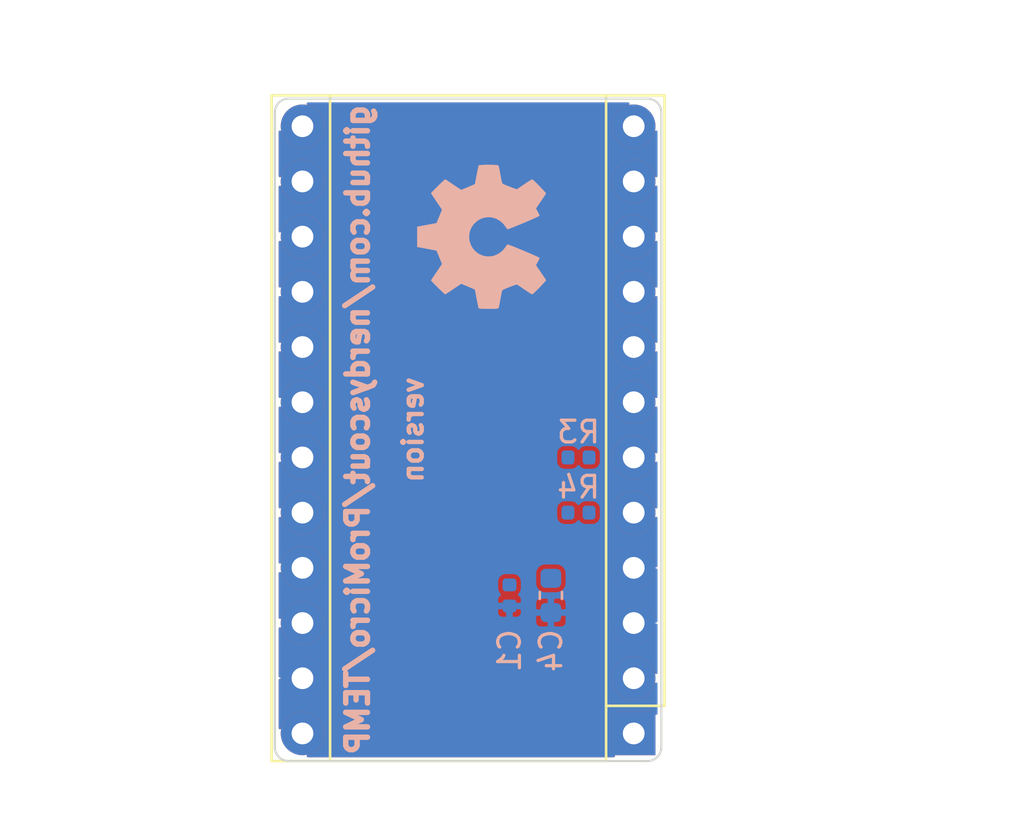
<source format=kicad_pcb>
(kicad_pcb (version 20171130) (host pcbnew 5.1.5+dfsg1-2build2)

  (general
    (thickness 0.8)
    (drawings 67)
    (tracks 0)
    (zones 0)
    (modules 6)
    (nets 5)
  )

  (page A4)
  (title_block
    (title ProMicro_TEST)
    (date 2020-07-12)
    (rev v1.0)
  )

  (layers
    (0 F.Cu mixed)
    (31 B.Cu mixed)
    (32 B.Adhes user)
    (33 F.Adhes user)
    (34 B.Paste user)
    (35 F.Paste user)
    (36 B.SilkS user)
    (37 F.SilkS user)
    (38 B.Mask user)
    (39 F.Mask user)
    (40 Dwgs.User user)
    (41 Cmts.User user)
    (42 Eco1.User user)
    (43 Eco2.User user)
    (44 Edge.Cuts user)
    (45 Margin user)
    (46 B.CrtYd user)
    (47 F.CrtYd user)
    (48 B.Fab user)
    (49 F.Fab user)
  )

  (setup
    (last_trace_width 0.25)
    (user_trace_width 0.1)
    (user_trace_width 0.2)
    (user_trace_width 0.25)
    (user_trace_width 0.4)
    (trace_clearance 0.2)
    (zone_clearance 0.125)
    (zone_45_only no)
    (trace_min 0.1)
    (via_size 0.5)
    (via_drill 0.2)
    (via_min_size 0.45)
    (via_min_drill 0.2)
    (user_via 0.45 0.2)
    (user_via 0.5 0.2)
    (user_via 0.6 0.3)
    (uvia_size 0.3)
    (uvia_drill 0.1)
    (uvias_allowed no)
    (uvia_min_size 0.2)
    (uvia_min_drill 0.1)
    (edge_width 0.05)
    (segment_width 0.2)
    (pcb_text_width 0.3)
    (pcb_text_size 1.5 1.5)
    (mod_edge_width 0.12)
    (mod_text_size 1 1)
    (mod_text_width 0.15)
    (pad_size 1.524 1.524)
    (pad_drill 0.762)
    (pad_to_mask_clearance 0)
    (aux_axis_origin 152.4 114.3)
    (grid_origin 152.4 114.3)
    (visible_elements FFFFFF7F)
    (pcbplotparams
      (layerselection 0x010fc_ffffffff)
      (usegerberextensions false)
      (usegerberattributes false)
      (usegerberadvancedattributes false)
      (creategerberjobfile false)
      (excludeedgelayer true)
      (linewidth 0.100000)
      (plotframeref false)
      (viasonmask false)
      (mode 1)
      (useauxorigin false)
      (hpglpennumber 1)
      (hpglpenspeed 20)
      (hpglpendiameter 15.000000)
      (psnegative false)
      (psa4output false)
      (plotreference true)
      (plotvalue true)
      (plotinvisibletext false)
      (padsonsilk false)
      (subtractmaskfromsilk false)
      (outputformat 1)
      (mirror false)
      (drillshape 1)
      (scaleselection 1)
      (outputdirectory ""))
  )

  (net 0 "")
  (net 1 GND)
  (net 2 +3V3)
  (net 3 SCL)
  (net 4 SDA)

  (net_class Default "This is the default net class."
    (clearance 0.2)
    (trace_width 0.25)
    (via_dia 0.5)
    (via_drill 0.2)
    (uvia_dia 0.3)
    (uvia_drill 0.1)
    (add_net +5V)
    (add_net BTN)
    (add_net CIPO)
    (add_net COPI)
    (add_net CS0)
    (add_net CS1)
    (add_net D8)
    (add_net INT)
    (add_net PWM)
    (add_net RXD)
    (add_net SCK)
    (add_net SCL)
    (add_net SDA)
    (add_net STAT)
    (add_net TCK)
    (add_net TDI)
    (add_net TDO)
    (add_net TMS)
    (add_net TXD)
    (add_net ~RST)
  )

  (net_class Power ""
    (clearance 0.2)
    (trace_width 0.4)
    (via_dia 0.6)
    (via_drill 0.3)
    (uvia_dia 0.3)
    (uvia_drill 0.1)
    (add_net +3V3)
    (add_net GND)
  )

  (net_class small ""
    (clearance 0.2)
    (trace_width 0.2)
    (via_dia 0.5)
    (via_drill 0.2)
    (uvia_dia 0.3)
    (uvia_drill 0.1)
  )

  (net_class tiny ""
    (clearance 0.1)
    (trace_width 0.1)
    (via_dia 0.45)
    (via_drill 0.2)
    (uvia_dia 0.3)
    (uvia_drill 0.1)
  )

  (module Symbol:OSHW-Symbol_6.7x6mm_SilkScreen (layer B.Cu) (tedit 0) (tstamp 5F84DCFA)
    (at 145.415 91.44 270)
    (descr "Open Source Hardware Symbol")
    (tags "Logo Symbol OSHW")
    (path /5E25FD05)
    (attr virtual)
    (fp_text reference LOGO1 (at 0 0 90) (layer B.SilkS) hide
      (effects (font (size 1 1) (thickness 0.15)) (justify mirror))
    )
    (fp_text value Logo_Open_Hardware_Small (at 0.75 0 90) (layer B.Fab) hide
      (effects (font (size 1 1) (thickness 0.15)) (justify mirror))
    )
    (fp_poly (pts (xy 0.555814 2.531069) (xy 0.639635 2.086445) (xy 0.94892 1.958947) (xy 1.258206 1.831449)
      (xy 1.629246 2.083754) (xy 1.733157 2.154004) (xy 1.827087 2.216728) (xy 1.906652 2.269062)
      (xy 1.96747 2.308143) (xy 2.005157 2.331107) (xy 2.015421 2.336058) (xy 2.03391 2.323324)
      (xy 2.07342 2.288118) (xy 2.129522 2.234938) (xy 2.197787 2.168282) (xy 2.273786 2.092646)
      (xy 2.353092 2.012528) (xy 2.431275 1.932426) (xy 2.503907 1.856836) (xy 2.566559 1.790255)
      (xy 2.614803 1.737182) (xy 2.64421 1.702113) (xy 2.651241 1.690377) (xy 2.641123 1.66874)
      (xy 2.612759 1.621338) (xy 2.569129 1.552807) (xy 2.513218 1.467785) (xy 2.448006 1.370907)
      (xy 2.410219 1.31565) (xy 2.341343 1.214752) (xy 2.28014 1.123701) (xy 2.229578 1.04703)
      (xy 2.192628 0.989272) (xy 2.172258 0.954957) (xy 2.169197 0.947746) (xy 2.176136 0.927252)
      (xy 2.195051 0.879487) (xy 2.223087 0.811168) (xy 2.257391 0.729011) (xy 2.295109 0.63973)
      (xy 2.333387 0.550042) (xy 2.36937 0.466662) (xy 2.400206 0.396306) (xy 2.423039 0.34569)
      (xy 2.435017 0.321529) (xy 2.435724 0.320578) (xy 2.454531 0.315964) (xy 2.504618 0.305672)
      (xy 2.580793 0.290713) (xy 2.677865 0.272099) (xy 2.790643 0.250841) (xy 2.856442 0.238582)
      (xy 2.97695 0.215638) (xy 3.085797 0.193805) (xy 3.177476 0.174278) (xy 3.246481 0.158252)
      (xy 3.287304 0.146921) (xy 3.295511 0.143326) (xy 3.303548 0.118994) (xy 3.310033 0.064041)
      (xy 3.31497 -0.015108) (xy 3.318364 -0.112026) (xy 3.320218 -0.220287) (xy 3.320538 -0.333465)
      (xy 3.319327 -0.445135) (xy 3.31659 -0.548868) (xy 3.312331 -0.638241) (xy 3.306555 -0.706826)
      (xy 3.299267 -0.748197) (xy 3.294895 -0.75681) (xy 3.268764 -0.767133) (xy 3.213393 -0.781892)
      (xy 3.136107 -0.799352) (xy 3.04423 -0.81778) (xy 3.012158 -0.823741) (xy 2.857524 -0.852066)
      (xy 2.735375 -0.874876) (xy 2.641673 -0.89308) (xy 2.572384 -0.907583) (xy 2.523471 -0.919292)
      (xy 2.490897 -0.929115) (xy 2.470628 -0.937956) (xy 2.458626 -0.946724) (xy 2.456947 -0.948457)
      (xy 2.440184 -0.976371) (xy 2.414614 -1.030695) (xy 2.382788 -1.104777) (xy 2.34726 -1.191965)
      (xy 2.310583 -1.285608) (xy 2.275311 -1.379052) (xy 2.243996 -1.465647) (xy 2.219193 -1.53874)
      (xy 2.203454 -1.591678) (xy 2.199332 -1.617811) (xy 2.199676 -1.618726) (xy 2.213641 -1.640086)
      (xy 2.245322 -1.687084) (xy 2.291391 -1.754827) (xy 2.348518 -1.838423) (xy 2.413373 -1.932982)
      (xy 2.431843 -1.959854) (xy 2.497699 -2.057275) (xy 2.55565 -2.146163) (xy 2.602538 -2.221412)
      (xy 2.635207 -2.27792) (xy 2.6505 -2.310581) (xy 2.651241 -2.314593) (xy 2.638392 -2.335684)
      (xy 2.602888 -2.377464) (xy 2.549293 -2.435445) (xy 2.482171 -2.505135) (xy 2.406087 -2.582045)
      (xy 2.325604 -2.661683) (xy 2.245287 -2.739561) (xy 2.169699 -2.811186) (xy 2.103405 -2.87207)
      (xy 2.050969 -2.917721) (xy 2.016955 -2.94365) (xy 2.007545 -2.947883) (xy 1.985643 -2.937912)
      (xy 1.9408 -2.91102) (xy 1.880321 -2.871736) (xy 1.833789 -2.840117) (xy 1.749475 -2.782098)
      (xy 1.649626 -2.713784) (xy 1.549473 -2.645579) (xy 1.495627 -2.609075) (xy 1.313371 -2.4858)
      (xy 1.160381 -2.56852) (xy 1.090682 -2.604759) (xy 1.031414 -2.632926) (xy 0.991311 -2.648991)
      (xy 0.981103 -2.651226) (xy 0.968829 -2.634722) (xy 0.944613 -2.588082) (xy 0.910263 -2.515609)
      (xy 0.867588 -2.421606) (xy 0.818394 -2.310374) (xy 0.76449 -2.186215) (xy 0.707684 -2.053432)
      (xy 0.649782 -1.916327) (xy 0.592593 -1.779202) (xy 0.537924 -1.646358) (xy 0.487584 -1.522098)
      (xy 0.44338 -1.410725) (xy 0.407119 -1.316539) (xy 0.380609 -1.243844) (xy 0.365658 -1.196941)
      (xy 0.363254 -1.180833) (xy 0.382311 -1.160286) (xy 0.424036 -1.126933) (xy 0.479706 -1.087702)
      (xy 0.484378 -1.084599) (xy 0.628264 -0.969423) (xy 0.744283 -0.835053) (xy 0.83143 -0.685784)
      (xy 0.888699 -0.525913) (xy 0.915086 -0.359737) (xy 0.909585 -0.191552) (xy 0.87119 -0.025655)
      (xy 0.798895 0.133658) (xy 0.777626 0.168513) (xy 0.666996 0.309263) (xy 0.536302 0.422286)
      (xy 0.390064 0.506997) (xy 0.232808 0.562806) (xy 0.069057 0.589126) (xy -0.096667 0.58537)
      (xy -0.259838 0.55095) (xy -0.415935 0.485277) (xy -0.560433 0.387765) (xy -0.605131 0.348187)
      (xy -0.718888 0.224297) (xy -0.801782 0.093876) (xy -0.858644 -0.052315) (xy -0.890313 -0.197088)
      (xy -0.898131 -0.35986) (xy -0.872062 -0.52344) (xy -0.814755 -0.682298) (xy -0.728856 -0.830906)
      (xy -0.617014 -0.963735) (xy -0.481877 -1.075256) (xy -0.464117 -1.087011) (xy -0.40785 -1.125508)
      (xy -0.365077 -1.158863) (xy -0.344628 -1.18016) (xy -0.344331 -1.180833) (xy -0.348721 -1.203871)
      (xy -0.366124 -1.256157) (xy -0.394732 -1.33339) (xy -0.432735 -1.431268) (xy -0.478326 -1.545491)
      (xy -0.529697 -1.671758) (xy -0.585038 -1.805767) (xy -0.642542 -1.943218) (xy -0.700399 -2.079808)
      (xy -0.756802 -2.211237) (xy -0.809942 -2.333205) (xy -0.85801 -2.441409) (xy -0.899199 -2.531549)
      (xy -0.931699 -2.599323) (xy -0.953703 -2.64043) (xy -0.962564 -2.651226) (xy -0.98964 -2.642819)
      (xy -1.040303 -2.620272) (xy -1.105817 -2.587613) (xy -1.141841 -2.56852) (xy -1.294832 -2.4858)
      (xy -1.477088 -2.609075) (xy -1.570125 -2.672228) (xy -1.671985 -2.741727) (xy -1.767438 -2.807165)
      (xy -1.81525 -2.840117) (xy -1.882495 -2.885273) (xy -1.939436 -2.921057) (xy -1.978646 -2.942938)
      (xy -1.991381 -2.947563) (xy -2.009917 -2.935085) (xy -2.050941 -2.900252) (xy -2.110475 -2.846678)
      (xy -2.184542 -2.777983) (xy -2.269165 -2.697781) (xy -2.322685 -2.646286) (xy -2.416319 -2.554286)
      (xy -2.497241 -2.471999) (xy -2.562177 -2.402945) (xy -2.607858 -2.350644) (xy -2.631011 -2.318616)
      (xy -2.633232 -2.312116) (xy -2.622924 -2.287394) (xy -2.594439 -2.237405) (xy -2.550937 -2.167212)
      (xy -2.495577 -2.081875) (xy -2.43152 -1.986456) (xy -2.413303 -1.959854) (xy -2.346927 -1.863167)
      (xy -2.287378 -1.776117) (xy -2.237984 -1.703595) (xy -2.202075 -1.650493) (xy -2.182981 -1.621703)
      (xy -2.181136 -1.618726) (xy -2.183895 -1.595782) (xy -2.198538 -1.545336) (xy -2.222513 -1.474041)
      (xy -2.253266 -1.388547) (xy -2.288244 -1.295507) (xy -2.324893 -1.201574) (xy -2.360661 -1.113399)
      (xy -2.392994 -1.037634) (xy -2.419338 -0.980931) (xy -2.437142 -0.949943) (xy -2.438407 -0.948457)
      (xy -2.449294 -0.939601) (xy -2.467682 -0.930843) (xy -2.497606 -0.921277) (xy -2.543103 -0.909996)
      (xy -2.608209 -0.896093) (xy -2.696961 -0.878663) (xy -2.813393 -0.856798) (xy -2.961542 -0.829591)
      (xy -2.993618 -0.823741) (xy -3.088686 -0.805374) (xy -3.171565 -0.787405) (xy -3.23493 -0.771569)
      (xy -3.271458 -0.7596) (xy -3.276356 -0.75681) (xy -3.284427 -0.732072) (xy -3.290987 -0.67679)
      (xy -3.296033 -0.597389) (xy -3.299559 -0.500296) (xy -3.301561 -0.391938) (xy -3.302036 -0.27874)
      (xy -3.300977 -0.167128) (xy -3.298382 -0.063529) (xy -3.294246 0.025632) (xy -3.288563 0.093928)
      (xy -3.281331 0.134934) (xy -3.276971 0.143326) (xy -3.252698 0.151792) (xy -3.197426 0.165565)
      (xy -3.116662 0.18345) (xy -3.015912 0.204252) (xy -2.900683 0.226777) (xy -2.837902 0.238582)
      (xy -2.718787 0.260849) (xy -2.612565 0.281021) (xy -2.524427 0.298085) (xy -2.459566 0.311031)
      (xy -2.423174 0.318845) (xy -2.417184 0.320578) (xy -2.407061 0.34011) (xy -2.385662 0.387157)
      (xy -2.355839 0.454997) (xy -2.320445 0.536909) (xy -2.282332 0.626172) (xy -2.244353 0.716065)
      (xy -2.20936 0.799865) (xy -2.180206 0.870853) (xy -2.159743 0.922306) (xy -2.150823 0.947503)
      (xy -2.150657 0.948604) (xy -2.160769 0.968481) (xy -2.189117 1.014223) (xy -2.232723 1.081283)
      (xy -2.288606 1.165116) (xy -2.353787 1.261174) (xy -2.391679 1.31635) (xy -2.460725 1.417519)
      (xy -2.52205 1.50937) (xy -2.572663 1.587256) (xy -2.609571 1.646531) (xy -2.629782 1.682549)
      (xy -2.632701 1.690623) (xy -2.620153 1.709416) (xy -2.585463 1.749543) (xy -2.533063 1.806507)
      (xy -2.467384 1.875815) (xy -2.392856 1.952969) (xy -2.313913 2.033475) (xy -2.234983 2.112837)
      (xy -2.1605 2.18656) (xy -2.094894 2.250148) (xy -2.042596 2.299106) (xy -2.008039 2.328939)
      (xy -1.996478 2.336058) (xy -1.977654 2.326047) (xy -1.932631 2.297922) (xy -1.865787 2.254546)
      (xy -1.781499 2.198782) (xy -1.684144 2.133494) (xy -1.610707 2.083754) (xy -1.239667 1.831449)
      (xy -0.621095 2.086445) (xy -0.537275 2.531069) (xy -0.453454 2.975693) (xy 0.471994 2.975693)
      (xy 0.555814 2.531069)) (layer B.SilkS) (width 0.01))
  )

  (module Module:Sparkfun_Pro_Micro (layer F.Cu) (tedit 5F7609C8) (tstamp 5F84DCB9)
    (at 152.4 114.3 180)
    (descr "Sparkfun Pro Micro, https://cdn.sparkfun.com/datasheets/Dev/Arduino/Boards/Pro_Micro_v13b.pdf")
    (tags "Sparkfun Pro Micro")
    (path /5F84D072)
    (fp_text reference A1 (at 7.62 0) (layer F.SilkS) hide
      (effects (font (size 1 1) (thickness 0.15)))
    )
    (fp_text value Sparkfun_Pro_Micro (at 8.89 13.97 90) (layer F.Fab)
      (effects (font (size 1 1) (thickness 0.15)))
    )
    (fp_line (start 16.76 29.46) (end -1.52 29.46) (layer F.CrtYd) (width 0.05))
    (fp_line (start 16.76 29.46) (end 16.76 -4.06) (layer F.CrtYd) (width 0.05))
    (fp_line (start -1.52 -4.06) (end -1.52 29.46) (layer F.CrtYd) (width 0.05))
    (fp_line (start -1.52 -4.06) (end 16.76 -4.06) (layer F.CrtYd) (width 0.05))
    (fp_line (start 16.51 -3.81) (end 16.51 29.21) (layer F.Fab) (width 0.1))
    (fp_line (start -0.381 -3.81) (end 16.51 -3.81) (layer F.Fab) (width 0.1))
    (fp_line (start -0.381 -3.81) (end -1.27 -2.921) (layer F.Fab) (width 0.1))
    (fp_line (start -1.27 29.21) (end -1.27 -2.921) (layer F.Fab) (width 0.1))
    (fp_line (start 16.51 29.21) (end -1.27 29.21) (layer F.Fab) (width 0.1))
    (fp_line (start 16.66 -1.27) (end 1.27 -1.27) (layer F.SilkS) (width 0.12))
    (fp_line (start 16.66 29.36) (end 16.66 -1.27) (layer F.SilkS) (width 0.12))
    (fp_line (start -1.42 29.36) (end 16.66 29.36) (layer F.SilkS) (width 0.12))
    (fp_line (start 1.27 -1.27) (end 1.27 29.36) (layer F.SilkS) (width 0.12))
    (fp_line (start 1.27 1.27) (end -1.42 1.27) (layer F.SilkS) (width 0.12))
    (fp_line (start 13.97 -1.27) (end 13.97 29.36) (layer F.SilkS) (width 0.12))
    (fp_line (start -1.42 1.27) (end -1.42 29.36) (layer F.SilkS) (width 0.12))
    (fp_text user %R (at 6.096 13.97 90) (layer F.Fab)
      (effects (font (size 1 1) (thickness 0.15)))
    )
    (pad 1 thru_hole rect (at 0 0 180) (size 2 2) (drill 1) (layers *.Cu *.Mask))
    (pad 2 thru_hole oval (at 0 2.54 180) (size 2 2) (drill 1) (layers *.Cu *.Mask))
    (pad 3 thru_hole oval (at 0 5.08 180) (size 2 2) (drill 1) (layers *.Cu *.Mask)
      (net 1 GND))
    (pad 13 thru_hole oval (at 15.24 27.94 180) (size 2 2) (drill 1) (layers *.Cu *.Mask))
    (pad 4 thru_hole oval (at 0 7.62 180) (size 2 2) (drill 1) (layers *.Cu *.Mask)
      (net 1 GND))
    (pad 14 thru_hole oval (at 15.24 25.4 180) (size 2 2) (drill 1) (layers *.Cu *.Mask))
    (pad 5 thru_hole oval (at 0 10.16 180) (size 2 2) (drill 1) (layers *.Cu *.Mask)
      (net 4 SDA))
    (pad 15 thru_hole oval (at 15.24 22.86 180) (size 2 2) (drill 1) (layers *.Cu *.Mask))
    (pad 6 thru_hole oval (at 0 12.7 180) (size 2 2) (drill 1) (layers *.Cu *.Mask)
      (net 3 SCL))
    (pad 16 thru_hole oval (at 15.24 20.32 180) (size 2 2) (drill 1) (layers *.Cu *.Mask))
    (pad 7 thru_hole oval (at 0 15.24 180) (size 2 2) (drill 1) (layers *.Cu *.Mask))
    (pad 17 thru_hole oval (at 15.24 17.78 180) (size 2 2) (drill 1) (layers *.Cu *.Mask))
    (pad 8 thru_hole oval (at 0 17.78 180) (size 2 2) (drill 1) (layers *.Cu *.Mask))
    (pad 18 thru_hole oval (at 15.24 15.24 180) (size 2 2) (drill 1) (layers *.Cu *.Mask))
    (pad 9 thru_hole oval (at 0 20.32 180) (size 2 2) (drill 1) (layers *.Cu *.Mask))
    (pad 19 thru_hole oval (at 15.24 12.7 180) (size 2 2) (drill 1) (layers *.Cu *.Mask))
    (pad 10 thru_hole oval (at 0 22.86 180) (size 2 2) (drill 1) (layers *.Cu *.Mask))
    (pad 20 thru_hole oval (at 15.24 10.16 180) (size 2 2) (drill 1) (layers *.Cu *.Mask))
    (pad 11 thru_hole oval (at 0 25.4 180) (size 2 2) (drill 1) (layers *.Cu *.Mask))
    (pad 21 thru_hole oval (at 15.24 7.62 180) (size 2 2) (drill 1) (layers *.Cu *.Mask)
      (net 2 +3V3))
    (pad 12 thru_hole oval (at 0 27.94 180) (size 2 2) (drill 1) (layers *.Cu *.Mask))
    (pad 22 thru_hole oval (at 15.24 5.08 180) (size 2 2) (drill 1) (layers *.Cu *.Mask))
    (pad 23 thru_hole oval (at 15.24 2.54 180) (size 2 2) (drill 1) (layers *.Cu *.Mask)
      (net 1 GND))
    (pad 24 thru_hole oval (at 15.24 0 180) (size 2 2) (drill 1) (layers *.Cu *.Mask))
    (model ${KISYS3DMOD}/Module.3dshapes/Sparkfun_Pro_Micro.wrl
      (at (xyz 0 0 0))
      (scale (xyz 1 1 1))
      (rotate (xyz 0 0 0))
    )
  )

  (module Resistor_SMD:R_0402_1005Metric (layer B.Cu) (tedit 5B301BBD) (tstamp 5E6C9237)
    (at 149.86 104.14 180)
    (descr "Resistor SMD 0402 (1005 Metric), square (rectangular) end terminal, IPC_7351 nominal, (Body size source: http://www.tortai-tech.com/upload/download/2011102023233369053.pdf), generated with kicad-footprint-generator")
    (tags resistor)
    (path /5E1CCA3B)
    (attr virtual)
    (fp_text reference R4 (at 0 1.17) (layer B.SilkS)
      (effects (font (size 1 1) (thickness 0.15)) (justify mirror))
    )
    (fp_text value 4k7 (at 0 -1.17) (layer B.Fab) hide
      (effects (font (size 1 1) (thickness 0.15)) (justify mirror))
    )
    (fp_text user %R (at 0 0) (layer B.Fab)
      (effects (font (size 0.25 0.25) (thickness 0.04)) (justify mirror))
    )
    (fp_line (start 0.93 -0.47) (end -0.93 -0.47) (layer B.CrtYd) (width 0.05))
    (fp_line (start 0.93 0.47) (end 0.93 -0.47) (layer B.CrtYd) (width 0.05))
    (fp_line (start -0.93 0.47) (end 0.93 0.47) (layer B.CrtYd) (width 0.05))
    (fp_line (start -0.93 -0.47) (end -0.93 0.47) (layer B.CrtYd) (width 0.05))
    (fp_line (start 0.5 -0.25) (end -0.5 -0.25) (layer B.Fab) (width 0.1))
    (fp_line (start 0.5 0.25) (end 0.5 -0.25) (layer B.Fab) (width 0.1))
    (fp_line (start -0.5 0.25) (end 0.5 0.25) (layer B.Fab) (width 0.1))
    (fp_line (start -0.5 -0.25) (end -0.5 0.25) (layer B.Fab) (width 0.1))
    (pad 2 smd roundrect (at 0.485 0 180) (size 0.59 0.64) (layers B.Cu B.Paste B.Mask) (roundrect_rratio 0.25)
      (net 2 +3V3))
    (pad 1 smd roundrect (at -0.485 0 180) (size 0.59 0.64) (layers B.Cu B.Paste B.Mask) (roundrect_rratio 0.25)
      (net 4 SDA))
    (model ${KISYS3DMOD}/Resistor_SMD.3dshapes/R_0402_1005Metric.wrl
      (at (xyz 0 0 0))
      (scale (xyz 1 1 1))
      (rotate (xyz 0 0 0))
    )
  )

  (module Resistor_SMD:R_0402_1005Metric (layer B.Cu) (tedit 5B301BBD) (tstamp 5E6C9261)
    (at 149.86 101.6 180)
    (descr "Resistor SMD 0402 (1005 Metric), square (rectangular) end terminal, IPC_7351 nominal, (Body size source: http://www.tortai-tech.com/upload/download/2011102023233369053.pdf), generated with kicad-footprint-generator")
    (tags resistor)
    (path /5E1CDFEB)
    (attr virtual)
    (fp_text reference R3 (at 0 1.17) (layer B.SilkS)
      (effects (font (size 1 1) (thickness 0.15)) (justify mirror))
    )
    (fp_text value 4k7 (at 0 -1.17) (layer B.Fab) hide
      (effects (font (size 1 1) (thickness 0.15)) (justify mirror))
    )
    (fp_text user %R (at 0 0) (layer B.Fab)
      (effects (font (size 0.25 0.25) (thickness 0.04)) (justify mirror))
    )
    (fp_line (start 0.93 -0.47) (end -0.93 -0.47) (layer B.CrtYd) (width 0.05))
    (fp_line (start 0.93 0.47) (end 0.93 -0.47) (layer B.CrtYd) (width 0.05))
    (fp_line (start -0.93 0.47) (end 0.93 0.47) (layer B.CrtYd) (width 0.05))
    (fp_line (start -0.93 -0.47) (end -0.93 0.47) (layer B.CrtYd) (width 0.05))
    (fp_line (start 0.5 -0.25) (end -0.5 -0.25) (layer B.Fab) (width 0.1))
    (fp_line (start 0.5 0.25) (end 0.5 -0.25) (layer B.Fab) (width 0.1))
    (fp_line (start -0.5 0.25) (end 0.5 0.25) (layer B.Fab) (width 0.1))
    (fp_line (start -0.5 -0.25) (end -0.5 0.25) (layer B.Fab) (width 0.1))
    (pad 2 smd roundrect (at 0.485 0 180) (size 0.59 0.64) (layers B.Cu B.Paste B.Mask) (roundrect_rratio 0.25)
      (net 2 +3V3))
    (pad 1 smd roundrect (at -0.485 0 180) (size 0.59 0.64) (layers B.Cu B.Paste B.Mask) (roundrect_rratio 0.25)
      (net 3 SCL))
    (model ${KISYS3DMOD}/Resistor_SMD.3dshapes/R_0402_1005Metric.wrl
      (at (xyz 0 0 0))
      (scale (xyz 1 1 1))
      (rotate (xyz 0 0 0))
    )
  )

  (module Capacitor_SMD:C_0603_1608Metric (layer B.Cu) (tedit 5B301BBE) (tstamp 5E6C91D9)
    (at 148.59 107.95 270)
    (descr "Capacitor SMD 0603 (1608 Metric), square (rectangular) end terminal, IPC_7351 nominal, (Body size source: http://www.tortai-tech.com/upload/download/2011102023233369053.pdf), generated with kicad-footprint-generator")
    (tags capacitor)
    (path /5E1C212C)
    (attr virtual)
    (fp_text reference C4 (at 2.54 0 270) (layer B.SilkS)
      (effects (font (size 1 1) (thickness 0.15)) (justify mirror))
    )
    (fp_text value 10µ (at 0 0 270) (layer B.Fab) hide
      (effects (font (size 1 1) (thickness 0.15)) (justify mirror))
    )
    (fp_text user %R (at 0 0 270) (layer B.Fab)
      (effects (font (size 0.4 0.4) (thickness 0.06)) (justify mirror))
    )
    (fp_line (start 1.48 -0.73) (end -1.48 -0.73) (layer B.CrtYd) (width 0.05))
    (fp_line (start 1.48 0.73) (end 1.48 -0.73) (layer B.CrtYd) (width 0.05))
    (fp_line (start -1.48 0.73) (end 1.48 0.73) (layer B.CrtYd) (width 0.05))
    (fp_line (start -1.48 -0.73) (end -1.48 0.73) (layer B.CrtYd) (width 0.05))
    (fp_line (start -0.162779 -0.51) (end 0.162779 -0.51) (layer B.SilkS) (width 0.12))
    (fp_line (start -0.162779 0.51) (end 0.162779 0.51) (layer B.SilkS) (width 0.12))
    (fp_line (start 0.8 -0.4) (end -0.8 -0.4) (layer B.Fab) (width 0.1))
    (fp_line (start 0.8 0.4) (end 0.8 -0.4) (layer B.Fab) (width 0.1))
    (fp_line (start -0.8 0.4) (end 0.8 0.4) (layer B.Fab) (width 0.1))
    (fp_line (start -0.8 -0.4) (end -0.8 0.4) (layer B.Fab) (width 0.1))
    (pad 2 smd roundrect (at 0.7875 0 270) (size 0.875 0.95) (layers B.Cu B.Paste B.Mask) (roundrect_rratio 0.25)
      (net 1 GND))
    (pad 1 smd roundrect (at -0.7875 0 270) (size 0.875 0.95) (layers B.Cu B.Paste B.Mask) (roundrect_rratio 0.25)
      (net 2 +3V3))
    (model ${KISYS3DMOD}/Capacitor_SMD.3dshapes/C_0603_1608Metric.wrl
      (at (xyz 0 0 0))
      (scale (xyz 1 1 1))
      (rotate (xyz 0 0 0))
    )
  )

  (module Capacitor_SMD:C_0402_1005Metric (layer B.Cu) (tedit 5B301BBE) (tstamp 5E6C9207)
    (at 146.685 107.95 270)
    (descr "Capacitor SMD 0402 (1005 Metric), square (rectangular) end terminal, IPC_7351 nominal, (Body size source: http://www.tortai-tech.com/upload/download/2011102023233369053.pdf), generated with kicad-footprint-generator")
    (tags capacitor)
    (path /5E12F3AD)
    (attr virtual)
    (fp_text reference C1 (at 2.54 0 270) (layer B.SilkS)
      (effects (font (size 1 1) (thickness 0.15)) (justify mirror))
    )
    (fp_text value 100n (at 0 0 270) (layer B.Fab) hide
      (effects (font (size 1 1) (thickness 0.15)) (justify mirror))
    )
    (fp_text user %R (at 0 0 270) (layer B.Fab)
      (effects (font (size 0.25 0.25) (thickness 0.04)) (justify mirror))
    )
    (fp_line (start 0.93 -0.47) (end -0.93 -0.47) (layer B.CrtYd) (width 0.05))
    (fp_line (start 0.93 0.47) (end 0.93 -0.47) (layer B.CrtYd) (width 0.05))
    (fp_line (start -0.93 0.47) (end 0.93 0.47) (layer B.CrtYd) (width 0.05))
    (fp_line (start -0.93 -0.47) (end -0.93 0.47) (layer B.CrtYd) (width 0.05))
    (fp_line (start 0.5 -0.25) (end -0.5 -0.25) (layer B.Fab) (width 0.1))
    (fp_line (start 0.5 0.25) (end 0.5 -0.25) (layer B.Fab) (width 0.1))
    (fp_line (start -0.5 0.25) (end 0.5 0.25) (layer B.Fab) (width 0.1))
    (fp_line (start -0.5 -0.25) (end -0.5 0.25) (layer B.Fab) (width 0.1))
    (pad 2 smd roundrect (at 0.485 0 270) (size 0.59 0.64) (layers B.Cu B.Paste B.Mask) (roundrect_rratio 0.25)
      (net 1 GND))
    (pad 1 smd roundrect (at -0.485 0 270) (size 0.59 0.64) (layers B.Cu B.Paste B.Mask) (roundrect_rratio 0.25)
      (net 2 +3V3))
    (model ${KISYS3DMOD}/Capacitor_SMD.3dshapes/C_0402_1005Metric.wrl
      (at (xyz 0 0 0))
      (scale (xyz 1 1 1))
      (rotate (xyz 0 0 0))
    )
  )

  (gr_text STAT (at 125.73 101.6) (layer Cmts.User) (tstamp 5F84DE92)
    (effects (font (size 1 1) (thickness 0.15)))
  )
  (gr_text BTN (at 125.857 106.68) (layer Cmts.User) (tstamp 5F84DE8A)
    (effects (font (size 1 1) (thickness 0.15)))
  )
  (gr_text PWM (at 125.857 104.14) (layer Cmts.User) (tstamp 5F84DE89)
    (effects (font (size 1 1) (thickness 0.15)))
  )
  (gr_text INT (at 125.857 109.22) (layer Cmts.User) (tstamp 5F84DE88)
    (effects (font (size 1 1) (thickness 0.15)))
  )
  (gr_text CS1 (at 125.73 114.3) (layer Cmts.User) (tstamp 5F84DE81)
    (effects (font (size 1 1) (thickness 0.15)))
  )
  (gr_line (start 153.67 85.725) (end 153.67 114.935) (layer Edge.Cuts) (width 0.1) (tstamp 5E767C3F))
  (gr_line (start 135.89 114.935) (end 135.89 85.725) (layer Edge.Cuts) (width 0.1) (tstamp 5E767C1A))
  (gr_line (start 128.397 85.09) (end 128.397 90.17) (layer Cmts.User) (width 0.15) (tstamp 5E6C909E))
  (gr_line (start 123.317 85.09) (end 128.397 85.09) (layer Cmts.User) (width 0.15) (tstamp 5E6C905C))
  (gr_line (start 123.317 90.17) (end 123.317 85.09) (layer Cmts.User) (width 0.15) (tstamp 5E6C9143))
  (gr_line (start 128.397 90.17) (end 123.317 90.17) (layer Cmts.User) (width 0.15) (tstamp 5E6C9224))
  (gr_line (start 123.317 95.25) (end 128.397 95.25) (layer Cmts.User) (width 0.15) (tstamp 5E6C9281))
  (gr_line (start 123.317 100.33) (end 123.317 95.25) (layer Cmts.User) (width 0.15) (tstamp 5E6C927E))
  (gr_line (start 128.397 100.33) (end 123.317 100.33) (layer Cmts.User) (width 0.15) (tstamp 5E6C9227))
  (gr_line (start 128.397 95.25) (end 128.397 100.33) (layer Cmts.User) (width 0.15) (tstamp 5E6C90EC))
  (gr_line (start 170.307 115.57) (end 170.307 105.41) (layer Cmts.User) (width 0.15) (tstamp 5E6C90E9))
  (gr_line (start 165.227 115.57) (end 170.307 115.57) (layer Cmts.User) (width 0.15) (tstamp 5E6C90E6))
  (gr_line (start 165.227 105.41) (end 165.227 115.57) (layer Cmts.User) (width 0.15) (tstamp 5E6C90E3))
  (gr_line (start 170.307 95.25) (end 165.227 95.25) (layer Cmts.User) (width 0.15) (tstamp 5E6C90E0))
  (gr_line (start 170.307 105.41) (end 170.307 95.25) (layer Cmts.User) (width 0.15) (tstamp 5E6C90DA))
  (gr_line (start 165.227 105.41) (end 170.307 105.41) (layer Cmts.User) (width 0.15) (tstamp 5E6C90D7))
  (gr_line (start 165.227 95.25) (end 165.227 105.41) (layer Cmts.User) (width 0.15) (tstamp 5E6C90D4))
  (gr_text TCK (at 167.767 96.52) (layer Cmts.User) (tstamp 5E6C90D1)
    (effects (font (size 1 1) (thickness 0.15)))
  )
  (gr_text TDO (at 167.767 101.6) (layer Cmts.User) (tstamp 5E6C90CE)
    (effects (font (size 1 1) (thickness 0.15)))
  )
  (gr_text TMS (at 167.767 99.06) (layer Cmts.User) (tstamp 5E6C90CB)
    (effects (font (size 1 1) (thickness 0.15)))
  )
  (gr_text TDI (at 167.767 104.14) (layer Cmts.User) (tstamp 5E6C90C8)
    (effects (font (size 1 1) (thickness 0.15)))
  )
  (gr_text CS0 (at 167.767 114.3) (layer Cmts.User) (tstamp 5E6C90C5)
    (effects (font (size 1 1) (thickness 0.15)))
  )
  (gr_text MISO (at 167.767 109.22) (layer Cmts.User) (tstamp 5E6C90C2)
    (effects (font (size 1 1) (thickness 0.15)))
  )
  (gr_text MOSI (at 167.767 111.76) (layer Cmts.User) (tstamp 5E6C90BF)
    (effects (font (size 1 1) (thickness 0.15)))
  )
  (gr_text SCK (at 167.767 106.68) (layer Cmts.User) (tstamp 5E6C90DD)
    (effects (font (size 1 1) (thickness 0.15)))
  )
  (gr_text A1 (at 162.687 101.6) (layer Cmts.User) (tstamp 5E6C9113)
    (effects (font (size 1 1) (thickness 0.15)))
  )
  (gr_text 3V3 (at 162.687 93.98) (layer Cmts.User) (tstamp 5E6C9110)
    (effects (font (size 1 1) (thickness 0.15)))
  )
  (gr_text GND (at 162.687 88.9) (layer Cmts.User) (tstamp 5E6C910D)
    (effects (font (size 1 1) (thickness 0.15)))
  )
  (gr_text ~Reset (at 162.687 91.44) (layer Cmts.User) (tstamp 5E6C910A)
    (effects (font (size 1 1) (thickness 0.15)))
  )
  (gr_text D10 (at 162.687 114.3) (layer Cmts.User) (tstamp 5E6C9107)
    (effects (font (size 1 1) (thickness 0.15)))
  )
  (gr_text A2 (at 162.687 99.06) (layer Cmts.User) (tstamp 5E6C9104)
    (effects (font (size 1 1) (thickness 0.15)))
  )
  (gr_text VCC (at 162.687 86.36) (layer Cmts.User) (tstamp 5E6C9101)
    (effects (font (size 1 1) (thickness 0.15)))
  )
  (gr_text D14 (at 162.687 109.22) (layer Cmts.User) (tstamp 5E6C90FE)
    (effects (font (size 1 1) (thickness 0.15)))
  )
  (gr_text D16 (at 162.687 111.76) (layer Cmts.User) (tstamp 5E6C90FB)
    (effects (font (size 1 1) (thickness 0.15)))
  )
  (gr_text D15 (at 162.687 106.68) (layer Cmts.User) (tstamp 5E6C90F8)
    (effects (font (size 1 1) (thickness 0.15)))
  )
  (gr_text A3 (at 162.687 96.52) (layer Cmts.User) (tstamp 5E6C90F5)
    (effects (font (size 1 1) (thickness 0.15)))
  )
  (gr_text A0 (at 162.687 104.14) (layer Cmts.User) (tstamp 5E6C90F2)
    (effects (font (size 1 1) (thickness 0.15)))
  )
  (gr_text D9 (at 130.937 114.3) (layer Cmts.User) (tstamp 5E6C90EF)
    (effects (font (size 1 1) (thickness 0.15)))
  )
  (gr_text D8 (at 130.937 111.76) (layer Cmts.User) (tstamp 5E6C913A)
    (effects (font (size 1 1) (thickness 0.15)))
  )
  (gr_text D6 (at 130.937 106.68) (layer Cmts.User) (tstamp 5E6C9137)
    (effects (font (size 1 1) (thickness 0.15)))
  )
  (gr_text D7 (at 130.937 109.22) (layer Cmts.User) (tstamp 5E6C9134)
    (effects (font (size 1 1) (thickness 0.15)))
  )
  (gr_text D5 (at 130.937 104.14) (layer Cmts.User) (tstamp 5E6C9131)
    (effects (font (size 1 1) (thickness 0.15)))
  )
  (gr_text D4 (at 130.937 101.6) (layer Cmts.User) (tstamp 5E6C912E)
    (effects (font (size 1 1) (thickness 0.15)))
  )
  (gr_text SCL (at 125.857 99.06) (layer Cmts.User) (tstamp 5E6C912B)
    (effects (font (size 1 1) (thickness 0.15)))
  )
  (gr_text SDA (at 125.857 96.52) (layer Cmts.User) (tstamp 5E6C9128)
    (effects (font (size 1 1) (thickness 0.15)))
  )
  (gr_text D3 (at 130.937 99.06) (layer Cmts.User) (tstamp 5E6C9125)
    (effects (font (size 1 1) (thickness 0.15)))
  )
  (gr_text D2 (at 130.937 96.52) (layer Cmts.User) (tstamp 5E6C9122)
    (effects (font (size 1 1) (thickness 0.15)))
  )
  (gr_text GND (at 130.81 93.98) (layer Cmts.User) (tstamp 5E6C911F)
    (effects (font (size 1 1) (thickness 0.15)))
  )
  (gr_text TXD (at 125.857 88.9) (layer Cmts.User) (tstamp 5E6C911C)
    (effects (font (size 1 1) (thickness 0.15)))
  )
  (gr_text RXD (at 125.857 86.36) (layer Cmts.User) (tstamp 5E6C9119)
    (effects (font (size 1 1) (thickness 0.15)))
  )
  (gr_text D1 (at 130.937 86.36) (layer Cmts.User) (tstamp 5E6C9116)
    (effects (font (size 1 1) (thickness 0.15)))
  )
  (gr_text D0 (at 130.937 88.9) (layer Cmts.User) (tstamp 5E6C90BC)
    (effects (font (size 1 1) (thickness 0.15)))
  )
  (dimension 30.48 (width 0.15) (layer Dwgs.User) (tstamp 5E6C90B7)
    (gr_text "30,480 mm" (at 157.51 100.33 270) (layer Dwgs.User) (tstamp 5E6C90B7)
      (effects (font (size 1 1) (thickness 0.15)))
    )
    (feature1 (pts (xy 152.4 115.57) (xy 156.796421 115.57)))
    (feature2 (pts (xy 152.4 85.09) (xy 156.796421 85.09)))
    (crossbar (pts (xy 156.21 85.09) (xy 156.21 115.57)))
    (arrow1a (pts (xy 156.21 115.57) (xy 155.623579 114.443496)))
    (arrow1b (pts (xy 156.21 115.57) (xy 156.796421 114.443496)))
    (arrow2a (pts (xy 156.21 85.09) (xy 155.623579 86.216504)))
    (arrow2b (pts (xy 156.21 85.09) (xy 156.796421 86.216504)))
  )
  (dimension 17.78 (width 0.15) (layer Dwgs.User) (tstamp 5E6C90AE)
    (gr_text "17,780 mm" (at 144.78 81.25) (layer Dwgs.User) (tstamp 5E6C90AE)
      (effects (font (size 1 1) (thickness 0.15)))
    )
    (feature1 (pts (xy 153.67 86.36) (xy 153.67 81.963579)))
    (feature2 (pts (xy 135.89 86.36) (xy 135.89 81.963579)))
    (crossbar (pts (xy 135.89 82.55) (xy 153.67 82.55)))
    (arrow1a (pts (xy 153.67 82.55) (xy 152.543496 83.136421)))
    (arrow1b (pts (xy 153.67 82.55) (xy 152.543496 81.963579)))
    (arrow2a (pts (xy 135.89 82.55) (xy 137.016504 83.136421)))
    (arrow2b (pts (xy 135.89 82.55) (xy 137.016504 81.963579)))
  )
  (gr_text version (at 142.24 100.33 90) (layer B.SilkS) (tstamp 5E6C90B3)
    (effects (font (size 0.9 0.9) (thickness 0.2)) (justify mirror))
  )
  (gr_text github.com/nerdyscout/ProMicro/TEMP (at 139.7 100.33 90) (layer B.SilkS) (tstamp 5E6C90AA)
    (effects (font (size 1 1) (thickness 0.25)) (justify mirror))
  )
  (gr_arc (start 136.525 114.935) (end 135.89 114.935) (angle -90) (layer Edge.Cuts) (width 0.1) (tstamp 5E6C90A7))
  (gr_arc (start 153.035 114.935) (end 153.035 115.57) (angle -90) (layer Edge.Cuts) (width 0.1) (tstamp 5E6C90A4))
  (gr_arc (start 153.035 85.725) (end 153.67 85.725) (angle -90) (layer Edge.Cuts) (width 0.1) (tstamp 5E6C90A1))
  (gr_arc (start 136.525 85.725) (end 136.525 85.09) (angle -90) (layer Edge.Cuts) (width 0.1) (tstamp 5E6C9059))
  (gr_line (start 153.035 115.57) (end 136.525 115.57) (layer Edge.Cuts) (width 0.1) (tstamp 5E6C9053))
  (gr_line (start 136.525 85.09) (end 153.035 85.09) (layer Edge.Cuts) (width 0.1) (tstamp 5E6C904D))

  (zone (net 1) (net_name GND) (layer F.Cu) (tstamp 5F2D51DF) (hatch edge 0.508)
    (connect_pads (clearance 0.125))
    (min_thickness 0.125)
    (fill yes (arc_segments 32) (thermal_gap 0.2) (thermal_bridge_width 0.3))
    (polygon
      (pts
        (xy 153.67 115.57) (xy 135.89 115.57) (xy 135.89 85.09) (xy 153.67 85.09)
      )
    )
    (filled_polygon
      (pts
        (xy 152.09008 85.338331) (xy 151.896718 85.418425) (xy 151.722696 85.534702) (xy 151.574702 85.682696) (xy 151.458425 85.856718)
        (xy 151.378331 86.05008) (xy 151.3375 86.255353) (xy 151.3375 86.464647) (xy 151.378331 86.66992) (xy 151.458425 86.863282)
        (xy 151.574702 87.037304) (xy 151.722696 87.185298) (xy 151.896718 87.301575) (xy 152.09008 87.381669) (xy 152.295353 87.4225)
        (xy 152.504647 87.4225) (xy 152.70992 87.381669) (xy 152.903282 87.301575) (xy 153.077304 87.185298) (xy 153.225298 87.037304)
        (xy 153.341575 86.863282) (xy 153.421669 86.66992) (xy 153.4325 86.615468) (xy 153.4325 88.644532) (xy 153.421669 88.59008)
        (xy 153.341575 88.396718) (xy 153.225298 88.222696) (xy 153.077304 88.074702) (xy 152.903282 87.958425) (xy 152.70992 87.878331)
        (xy 152.504647 87.8375) (xy 152.295353 87.8375) (xy 152.09008 87.878331) (xy 151.896718 87.958425) (xy 151.722696 88.074702)
        (xy 151.574702 88.222696) (xy 151.458425 88.396718) (xy 151.378331 88.59008) (xy 151.3375 88.795353) (xy 151.3375 89.004647)
        (xy 151.378331 89.20992) (xy 151.458425 89.403282) (xy 151.574702 89.577304) (xy 151.722696 89.725298) (xy 151.896718 89.841575)
        (xy 152.09008 89.921669) (xy 152.295353 89.9625) (xy 152.504647 89.9625) (xy 152.70992 89.921669) (xy 152.903282 89.841575)
        (xy 153.077304 89.725298) (xy 153.225298 89.577304) (xy 153.341575 89.403282) (xy 153.421669 89.20992) (xy 153.4325 89.155468)
        (xy 153.4325 91.184532) (xy 153.421669 91.13008) (xy 153.341575 90.936718) (xy 153.225298 90.762696) (xy 153.077304 90.614702)
        (xy 152.903282 90.498425) (xy 152.70992 90.418331) (xy 152.504647 90.3775) (xy 152.295353 90.3775) (xy 152.09008 90.418331)
        (xy 151.896718 90.498425) (xy 151.722696 90.614702) (xy 151.574702 90.762696) (xy 151.458425 90.936718) (xy 151.378331 91.13008)
        (xy 151.3375 91.335353) (xy 151.3375 91.544647) (xy 151.378331 91.74992) (xy 151.458425 91.943282) (xy 151.574702 92.117304)
        (xy 151.722696 92.265298) (xy 151.896718 92.381575) (xy 152.09008 92.461669) (xy 152.295353 92.5025) (xy 152.504647 92.5025)
        (xy 152.70992 92.461669) (xy 152.903282 92.381575) (xy 153.077304 92.265298) (xy 153.225298 92.117304) (xy 153.341575 91.943282)
        (xy 153.421669 91.74992) (xy 153.4325 91.695468) (xy 153.4325 93.724532) (xy 153.421669 93.67008) (xy 153.341575 93.476718)
        (xy 153.225298 93.302696) (xy 153.077304 93.154702) (xy 152.903282 93.038425) (xy 152.70992 92.958331) (xy 152.504647 92.9175)
        (xy 152.295353 92.9175) (xy 152.09008 92.958331) (xy 151.896718 93.038425) (xy 151.722696 93.154702) (xy 151.574702 93.302696)
        (xy 151.458425 93.476718) (xy 151.378331 93.67008) (xy 151.3375 93.875353) (xy 151.3375 94.084647) (xy 151.378331 94.28992)
        (xy 151.458425 94.483282) (xy 151.574702 94.657304) (xy 151.722696 94.805298) (xy 151.896718 94.921575) (xy 152.09008 95.001669)
        (xy 152.295353 95.0425) (xy 152.504647 95.0425) (xy 152.70992 95.001669) (xy 152.903282 94.921575) (xy 153.077304 94.805298)
        (xy 153.225298 94.657304) (xy 153.341575 94.483282) (xy 153.421669 94.28992) (xy 153.4325 94.235468) (xy 153.4325 96.264532)
        (xy 153.421669 96.21008) (xy 153.341575 96.016718) (xy 153.225298 95.842696) (xy 153.077304 95.694702) (xy 152.903282 95.578425)
        (xy 152.70992 95.498331) (xy 152.504647 95.4575) (xy 152.295353 95.4575) (xy 152.09008 95.498331) (xy 151.896718 95.578425)
        (xy 151.722696 95.694702) (xy 151.574702 95.842696) (xy 151.458425 96.016718) (xy 151.378331 96.21008) (xy 151.3375 96.415353)
        (xy 151.3375 96.624647) (xy 151.378331 96.82992) (xy 151.458425 97.023282) (xy 151.574702 97.197304) (xy 151.722696 97.345298)
        (xy 151.896718 97.461575) (xy 152.09008 97.541669) (xy 152.295353 97.5825) (xy 152.504647 97.5825) (xy 152.70992 97.541669)
        (xy 152.903282 97.461575) (xy 153.077304 97.345298) (xy 153.225298 97.197304) (xy 153.341575 97.023282) (xy 153.421669 96.82992)
        (xy 153.4325 96.775468) (xy 153.4325 98.804532) (xy 153.421669 98.75008) (xy 153.341575 98.556718) (xy 153.225298 98.382696)
        (xy 153.077304 98.234702) (xy 152.903282 98.118425) (xy 152.70992 98.038331) (xy 152.504647 97.9975) (xy 152.295353 97.9975)
        (xy 152.09008 98.038331) (xy 151.896718 98.118425) (xy 151.722696 98.234702) (xy 151.574702 98.382696) (xy 151.458425 98.556718)
        (xy 151.378331 98.75008) (xy 151.3375 98.955353) (xy 151.3375 99.164647) (xy 151.378331 99.36992) (xy 151.458425 99.563282)
        (xy 151.574702 99.737304) (xy 151.722696 99.885298) (xy 151.896718 100.001575) (xy 152.09008 100.081669) (xy 152.295353 100.1225)
        (xy 152.504647 100.1225) (xy 152.70992 100.081669) (xy 152.903282 100.001575) (xy 153.077304 99.885298) (xy 153.225298 99.737304)
        (xy 153.341575 99.563282) (xy 153.421669 99.36992) (xy 153.4325 99.315468) (xy 153.432501 101.344532) (xy 153.421669 101.29008)
        (xy 153.341575 101.096718) (xy 153.225298 100.922696) (xy 153.077304 100.774702) (xy 152.903282 100.658425) (xy 152.70992 100.578331)
        (xy 152.504647 100.5375) (xy 152.295353 100.5375) (xy 152.09008 100.578331) (xy 151.896718 100.658425) (xy 151.722696 100.774702)
        (xy 151.574702 100.922696) (xy 151.458425 101.096718) (xy 151.378331 101.29008) (xy 151.3375 101.495353) (xy 151.3375 101.704647)
        (xy 151.378331 101.90992) (xy 151.458425 102.103282) (xy 151.574702 102.277304) (xy 151.722696 102.425298) (xy 151.896718 102.541575)
        (xy 152.09008 102.621669) (xy 152.295353 102.6625) (xy 152.504647 102.6625) (xy 152.70992 102.621669) (xy 152.903282 102.541575)
        (xy 153.077304 102.425298) (xy 153.225298 102.277304) (xy 153.341575 102.103282) (xy 153.421669 101.90992) (xy 153.432501 101.855468)
        (xy 153.432501 103.884535) (xy 153.421669 103.83008) (xy 153.341575 103.636718) (xy 153.225298 103.462696) (xy 153.077304 103.314702)
        (xy 152.903282 103.198425) (xy 152.70992 103.118331) (xy 152.504647 103.0775) (xy 152.295353 103.0775) (xy 152.09008 103.118331)
        (xy 151.896718 103.198425) (xy 151.722696 103.314702) (xy 151.574702 103.462696) (xy 151.458425 103.636718) (xy 151.378331 103.83008)
        (xy 151.3375 104.035353) (xy 151.3375 104.244647) (xy 151.378331 104.44992) (xy 151.458425 104.643282) (xy 151.574702 104.817304)
        (xy 151.722696 104.965298) (xy 151.896718 105.081575) (xy 152.09008 105.161669) (xy 152.295353 105.2025) (xy 152.504647 105.2025)
        (xy 152.70992 105.161669) (xy 152.903282 105.081575) (xy 153.077304 104.965298) (xy 153.225298 104.817304) (xy 153.341575 104.643282)
        (xy 153.421669 104.44992) (xy 153.432501 104.395465) (xy 153.432501 106.592498) (xy 153.393027 106.592498) (xy 153.432166 106.42793)
        (xy 153.398262 106.316146) (xy 153.308096 106.128386) (xy 153.183033 105.961824) (xy 153.027878 105.822861) (xy 152.848594 105.716838)
        (xy 152.652071 105.647829) (xy 152.4875 105.686729) (xy 152.4875 106.5925) (xy 152.5075 106.5925) (xy 152.5075 106.7675)
        (xy 152.4875 106.7675) (xy 152.4875 107.673271) (xy 152.652071 107.712171) (xy 152.848594 107.643162) (xy 153.027878 107.537139)
        (xy 153.183033 107.398176) (xy 153.308096 107.231614) (xy 153.398262 107.043854) (xy 153.432166 106.93207) (xy 153.393027 106.767502)
        (xy 153.432501 106.767502) (xy 153.432501 109.132498) (xy 153.393027 109.132498) (xy 153.432166 108.96793) (xy 153.398262 108.856146)
        (xy 153.308096 108.668386) (xy 153.183033 108.501824) (xy 153.027878 108.362861) (xy 152.848594 108.256838) (xy 152.652071 108.187829)
        (xy 152.4875 108.226729) (xy 152.4875 109.1325) (xy 152.5075 109.1325) (xy 152.5075 109.3075) (xy 152.4875 109.3075)
        (xy 152.4875 110.213271) (xy 152.652071 110.252171) (xy 152.848594 110.183162) (xy 153.027878 110.077139) (xy 153.183033 109.938176)
        (xy 153.308096 109.771614) (xy 153.398262 109.583854) (xy 153.432166 109.47207) (xy 153.393027 109.307502) (xy 153.432501 109.307502)
        (xy 153.432501 111.504536) (xy 153.421669 111.45008) (xy 153.341575 111.256718) (xy 153.225298 111.082696) (xy 153.077304 110.934702)
        (xy 152.903282 110.818425) (xy 152.70992 110.738331) (xy 152.504647 110.6975) (xy 152.295353 110.6975) (xy 152.09008 110.738331)
        (xy 151.896718 110.818425) (xy 151.722696 110.934702) (xy 151.574702 111.082696) (xy 151.458425 111.256718) (xy 151.378331 111.45008)
        (xy 151.3375 111.655353) (xy 151.3375 111.864647) (xy 151.378331 112.06992) (xy 151.458425 112.263282) (xy 151.574702 112.437304)
        (xy 151.722696 112.585298) (xy 151.896718 112.701575) (xy 152.09008 112.781669) (xy 152.295353 112.8225) (xy 152.504647 112.8225)
        (xy 152.70992 112.781669) (xy 152.903282 112.701575) (xy 153.077304 112.585298) (xy 153.225298 112.437304) (xy 153.341575 112.263282)
        (xy 153.421669 112.06992) (xy 153.432501 112.015464) (xy 153.432501 113.378123) (xy 153.419317 113.353457) (xy 153.386514 113.313486)
        (xy 153.346543 113.280683) (xy 153.30094 113.256308) (xy 153.251459 113.241298) (xy 153.2 113.23623) (xy 151.6 113.23623)
        (xy 151.548541 113.241298) (xy 151.49906 113.256308) (xy 151.453457 113.280683) (xy 151.413486 113.313486) (xy 151.380683 113.353457)
        (xy 151.356308 113.39906) (xy 151.341298 113.448541) (xy 151.33623 113.5) (xy 151.33623 115.1) (xy 151.341298 115.151459)
        (xy 151.356308 115.20094) (xy 151.380683 115.246543) (xy 151.413486 115.286514) (xy 151.453457 115.319317) (xy 151.478121 115.3325)
        (xy 137.415468 115.3325) (xy 137.46992 115.321669) (xy 137.663282 115.241575) (xy 137.837304 115.125298) (xy 137.985298 114.977304)
        (xy 138.101575 114.803282) (xy 138.181669 114.60992) (xy 138.2225 114.404647) (xy 138.2225 114.195353) (xy 138.181669 113.99008)
        (xy 138.101575 113.796718) (xy 137.985298 113.622696) (xy 137.837304 113.474702) (xy 137.663282 113.358425) (xy 137.46992 113.278331)
        (xy 137.264647 113.2375) (xy 137.055353 113.2375) (xy 136.85008 113.278331) (xy 136.656718 113.358425) (xy 136.482696 113.474702)
        (xy 136.334702 113.622696) (xy 136.218425 113.796718) (xy 136.138331 113.99008) (xy 136.1275 114.044532) (xy 136.1275 111.847502)
        (xy 136.166973 111.847502) (xy 136.127834 112.01207) (xy 136.161738 112.123854) (xy 136.251904 112.311614) (xy 136.376967 112.478176)
        (xy 136.532122 112.617139) (xy 136.711406 112.723162) (xy 136.907929 112.792171) (xy 137.0725 112.753271) (xy 137.0725 111.8475)
        (xy 137.2475 111.8475) (xy 137.2475 112.753271) (xy 137.412071 112.792171) (xy 137.608594 112.723162) (xy 137.787878 112.617139)
        (xy 137.943033 112.478176) (xy 138.068096 112.311614) (xy 138.158262 112.123854) (xy 138.192166 112.01207) (xy 138.153027 111.8475)
        (xy 137.2475 111.8475) (xy 137.0725 111.8475) (xy 137.0525 111.8475) (xy 137.0525 111.6725) (xy 137.0725 111.6725)
        (xy 137.0725 110.766729) (xy 137.2475 110.766729) (xy 137.2475 111.6725) (xy 138.153027 111.6725) (xy 138.192166 111.50793)
        (xy 138.158262 111.396146) (xy 138.068096 111.208386) (xy 137.943033 111.041824) (xy 137.787878 110.902861) (xy 137.608594 110.796838)
        (xy 137.412071 110.727829) (xy 137.2475 110.766729) (xy 137.0725 110.766729) (xy 136.907929 110.727829) (xy 136.711406 110.796838)
        (xy 136.532122 110.902861) (xy 136.376967 111.041824) (xy 136.251904 111.208386) (xy 136.161738 111.396146) (xy 136.127834 111.50793)
        (xy 136.166973 111.672498) (xy 136.1275 111.672498) (xy 136.1275 109.475468) (xy 136.138331 109.52992) (xy 136.218425 109.723282)
        (xy 136.334702 109.897304) (xy 136.482696 110.045298) (xy 136.656718 110.161575) (xy 136.85008 110.241669) (xy 137.055353 110.2825)
        (xy 137.264647 110.2825) (xy 137.46992 110.241669) (xy 137.663282 110.161575) (xy 137.837304 110.045298) (xy 137.985298 109.897304)
        (xy 138.101575 109.723282) (xy 138.181669 109.52992) (xy 138.193175 109.47207) (xy 151.367834 109.47207) (xy 151.401738 109.583854)
        (xy 151.491904 109.771614) (xy 151.616967 109.938176) (xy 151.772122 110.077139) (xy 151.951406 110.183162) (xy 152.147929 110.252171)
        (xy 152.3125 110.213271) (xy 152.3125 109.3075) (xy 151.406973 109.3075) (xy 151.367834 109.47207) (xy 138.193175 109.47207)
        (xy 138.2225 109.324647) (xy 138.2225 109.115353) (xy 138.193176 108.96793) (xy 151.367834 108.96793) (xy 151.406973 109.1325)
        (xy 152.3125 109.1325) (xy 152.3125 108.226729) (xy 152.147929 108.187829) (xy 151.951406 108.256838) (xy 151.772122 108.362861)
        (xy 151.616967 108.501824) (xy 151.491904 108.668386) (xy 151.401738 108.856146) (xy 151.367834 108.96793) (xy 138.193176 108.96793)
        (xy 138.181669 108.91008) (xy 138.101575 108.716718) (xy 137.985298 108.542696) (xy 137.837304 108.394702) (xy 137.663282 108.278425)
        (xy 137.46992 108.198331) (xy 137.264647 108.1575) (xy 137.055353 108.1575) (xy 136.85008 108.198331) (xy 136.656718 108.278425)
        (xy 136.482696 108.394702) (xy 136.334702 108.542696) (xy 136.218425 108.716718) (xy 136.138331 108.91008) (xy 136.1275 108.964532)
        (xy 136.1275 106.935468) (xy 136.138331 106.98992) (xy 136.218425 107.183282) (xy 136.334702 107.357304) (xy 136.482696 107.505298)
        (xy 136.656718 107.621575) (xy 136.85008 107.701669) (xy 137.055353 107.7425) (xy 137.264647 107.7425) (xy 137.46992 107.701669)
        (xy 137.663282 107.621575) (xy 137.837304 107.505298) (xy 137.985298 107.357304) (xy 138.101575 107.183282) (xy 138.181669 106.98992)
        (xy 138.193175 106.93207) (xy 151.367834 106.93207) (xy 151.401738 107.043854) (xy 151.491904 107.231614) (xy 151.616967 107.398176)
        (xy 151.772122 107.537139) (xy 151.951406 107.643162) (xy 152.147929 107.712171) (xy 152.3125 107.673271) (xy 152.3125 106.7675)
        (xy 151.406973 106.7675) (xy 151.367834 106.93207) (xy 138.193175 106.93207) (xy 138.2225 106.784647) (xy 138.2225 106.575353)
        (xy 138.193176 106.42793) (xy 151.367834 106.42793) (xy 151.406973 106.5925) (xy 152.3125 106.5925) (xy 152.3125 105.686729)
        (xy 152.147929 105.647829) (xy 151.951406 105.716838) (xy 151.772122 105.822861) (xy 151.616967 105.961824) (xy 151.491904 106.128386)
        (xy 151.401738 106.316146) (xy 151.367834 106.42793) (xy 138.193176 106.42793) (xy 138.181669 106.37008) (xy 138.101575 106.176718)
        (xy 137.985298 106.002696) (xy 137.837304 105.854702) (xy 137.663282 105.738425) (xy 137.46992 105.658331) (xy 137.264647 105.6175)
        (xy 137.055353 105.6175) (xy 136.85008 105.658331) (xy 136.656718 105.738425) (xy 136.482696 105.854702) (xy 136.334702 106.002696)
        (xy 136.218425 106.176718) (xy 136.138331 106.37008) (xy 136.1275 106.424532) (xy 136.1275 104.395468) (xy 136.138331 104.44992)
        (xy 136.218425 104.643282) (xy 136.334702 104.817304) (xy 136.482696 104.965298) (xy 136.656718 105.081575) (xy 136.85008 105.161669)
        (xy 137.055353 105.2025) (xy 137.264647 105.2025) (xy 137.46992 105.161669) (xy 137.663282 105.081575) (xy 137.837304 104.965298)
        (xy 137.985298 104.817304) (xy 138.101575 104.643282) (xy 138.181669 104.44992) (xy 138.2225 104.244647) (xy 138.2225 104.035353)
        (xy 138.181669 103.83008) (xy 138.101575 103.636718) (xy 137.985298 103.462696) (xy 137.837304 103.314702) (xy 137.663282 103.198425)
        (xy 137.46992 103.118331) (xy 137.264647 103.0775) (xy 137.055353 103.0775) (xy 136.85008 103.118331) (xy 136.656718 103.198425)
        (xy 136.482696 103.314702) (xy 136.334702 103.462696) (xy 136.218425 103.636718) (xy 136.138331 103.83008) (xy 136.1275 103.884532)
        (xy 136.1275 101.855468) (xy 136.138331 101.90992) (xy 136.218425 102.103282) (xy 136.334702 102.277304) (xy 136.482696 102.425298)
        (xy 136.656718 102.541575) (xy 136.85008 102.621669) (xy 137.055353 102.6625) (xy 137.264647 102.6625) (xy 137.46992 102.621669)
        (xy 137.663282 102.541575) (xy 137.837304 102.425298) (xy 137.985298 102.277304) (xy 138.101575 102.103282) (xy 138.181669 101.90992)
        (xy 138.2225 101.704647) (xy 138.2225 101.495353) (xy 138.181669 101.29008) (xy 138.101575 101.096718) (xy 137.985298 100.922696)
        (xy 137.837304 100.774702) (xy 137.663282 100.658425) (xy 137.46992 100.578331) (xy 137.264647 100.5375) (xy 137.055353 100.5375)
        (xy 136.85008 100.578331) (xy 136.656718 100.658425) (xy 136.482696 100.774702) (xy 136.334702 100.922696) (xy 136.218425 101.096718)
        (xy 136.138331 101.29008) (xy 136.1275 101.344532) (xy 136.1275 99.315468) (xy 136.138331 99.36992) (xy 136.218425 99.563282)
        (xy 136.334702 99.737304) (xy 136.482696 99.885298) (xy 136.656718 100.001575) (xy 136.85008 100.081669) (xy 137.055353 100.1225)
        (xy 137.264647 100.1225) (xy 137.46992 100.081669) (xy 137.663282 100.001575) (xy 137.837304 99.885298) (xy 137.985298 99.737304)
        (xy 138.101575 99.563282) (xy 138.181669 99.36992) (xy 138.2225 99.164647) (xy 138.2225 98.955353) (xy 138.181669 98.75008)
        (xy 138.101575 98.556718) (xy 137.985298 98.382696) (xy 137.837304 98.234702) (xy 137.663282 98.118425) (xy 137.46992 98.038331)
        (xy 137.264647 97.9975) (xy 137.055353 97.9975) (xy 136.85008 98.038331) (xy 136.656718 98.118425) (xy 136.482696 98.234702)
        (xy 136.334702 98.382696) (xy 136.218425 98.556718) (xy 136.138331 98.75008) (xy 136.1275 98.804532) (xy 136.1275 96.775468)
        (xy 136.138331 96.82992) (xy 136.218425 97.023282) (xy 136.334702 97.197304) (xy 136.482696 97.345298) (xy 136.656718 97.461575)
        (xy 136.85008 97.541669) (xy 137.055353 97.5825) (xy 137.264647 97.5825) (xy 137.46992 97.541669) (xy 137.663282 97.461575)
        (xy 137.837304 97.345298) (xy 137.985298 97.197304) (xy 138.101575 97.023282) (xy 138.181669 96.82992) (xy 138.2225 96.624647)
        (xy 138.2225 96.415353) (xy 138.181669 96.21008) (xy 138.101575 96.016718) (xy 137.985298 95.842696) (xy 137.837304 95.694702)
        (xy 137.663282 95.578425) (xy 137.46992 95.498331) (xy 137.264647 95.4575) (xy 137.055353 95.4575) (xy 136.85008 95.498331)
        (xy 136.656718 95.578425) (xy 136.482696 95.694702) (xy 136.334702 95.842696) (xy 136.218425 96.016718) (xy 136.138331 96.21008)
        (xy 136.1275 96.264532) (xy 136.1275 94.235468) (xy 136.138331 94.28992) (xy 136.218425 94.483282) (xy 136.334702 94.657304)
        (xy 136.482696 94.805298) (xy 136.656718 94.921575) (xy 136.85008 95.001669) (xy 137.055353 95.0425) (xy 137.264647 95.0425)
        (xy 137.46992 95.001669) (xy 137.663282 94.921575) (xy 137.837304 94.805298) (xy 137.985298 94.657304) (xy 138.101575 94.483282)
        (xy 138.181669 94.28992) (xy 138.2225 94.084647) (xy 138.2225 93.875353) (xy 138.181669 93.67008) (xy 138.101575 93.476718)
        (xy 137.985298 93.302696) (xy 137.837304 93.154702) (xy 137.663282 93.038425) (xy 137.46992 92.958331) (xy 137.264647 92.9175)
        (xy 137.055353 92.9175) (xy 136.85008 92.958331) (xy 136.656718 93.038425) (xy 136.482696 93.154702) (xy 136.334702 93.302696)
        (xy 136.218425 93.476718) (xy 136.138331 93.67008) (xy 136.1275 93.724532) (xy 136.1275 91.695468) (xy 136.138331 91.74992)
        (xy 136.218425 91.943282) (xy 136.334702 92.117304) (xy 136.482696 92.265298) (xy 136.656718 92.381575) (xy 136.85008 92.461669)
        (xy 137.055353 92.5025) (xy 137.264647 92.5025) (xy 137.46992 92.461669) (xy 137.663282 92.381575) (xy 137.837304 92.265298)
        (xy 137.985298 92.117304) (xy 138.101575 91.943282) (xy 138.181669 91.74992) (xy 138.2225 91.544647) (xy 138.2225 91.335353)
        (xy 138.181669 91.13008) (xy 138.101575 90.936718) (xy 137.985298 90.762696) (xy 137.837304 90.614702) (xy 137.663282 90.498425)
        (xy 137.46992 90.418331) (xy 137.264647 90.3775) (xy 137.055353 90.3775) (xy 136.85008 90.418331) (xy 136.656718 90.498425)
        (xy 136.482696 90.614702) (xy 136.334702 90.762696) (xy 136.218425 90.936718) (xy 136.138331 91.13008) (xy 136.1275 91.184532)
        (xy 136.1275 89.155468) (xy 136.138331 89.20992) (xy 136.218425 89.403282) (xy 136.334702 89.577304) (xy 136.482696 89.725298)
        (xy 136.656718 89.841575) (xy 136.85008 89.921669) (xy 137.055353 89.9625) (xy 137.264647 89.9625) (xy 137.46992 89.921669)
        (xy 137.663282 89.841575) (xy 137.837304 89.725298) (xy 137.985298 89.577304) (xy 138.101575 89.403282) (xy 138.181669 89.20992)
        (xy 138.2225 89.004647) (xy 138.2225 88.795353) (xy 138.181669 88.59008) (xy 138.101575 88.396718) (xy 137.985298 88.222696)
        (xy 137.837304 88.074702) (xy 137.663282 87.958425) (xy 137.46992 87.878331) (xy 137.264647 87.8375) (xy 137.055353 87.8375)
        (xy 136.85008 87.878331) (xy 136.656718 87.958425) (xy 136.482696 88.074702) (xy 136.334702 88.222696) (xy 136.218425 88.396718)
        (xy 136.138331 88.59008) (xy 136.1275 88.644532) (xy 136.1275 86.615468) (xy 136.138331 86.66992) (xy 136.218425 86.863282)
        (xy 136.334702 87.037304) (xy 136.482696 87.185298) (xy 136.656718 87.301575) (xy 136.85008 87.381669) (xy 137.055353 87.4225)
        (xy 137.264647 87.4225) (xy 137.46992 87.381669) (xy 137.663282 87.301575) (xy 137.837304 87.185298) (xy 137.985298 87.037304)
        (xy 138.101575 86.863282) (xy 138.181669 86.66992) (xy 138.2225 86.464647) (xy 138.2225 86.255353) (xy 138.181669 86.05008)
        (xy 138.101575 85.856718) (xy 137.985298 85.682696) (xy 137.837304 85.534702) (xy 137.663282 85.418425) (xy 137.46992 85.338331)
        (xy 137.415468 85.3275) (xy 152.144532 85.3275)
      )
    )
  )
  (zone (net 1) (net_name GND) (layer B.Cu) (tstamp 5F2D51DC) (hatch edge 0.508)
    (connect_pads (clearance 0.125))
    (min_thickness 0.125)
    (fill yes (arc_segments 32) (thermal_gap 0.2) (thermal_bridge_width 0.3))
    (polygon
      (pts
        (xy 153.67 115.57) (xy 135.89 115.57) (xy 135.884822 85.09) (xy 153.664822 85.09)
      )
    )
    (filled_polygon
      (pts
        (xy 152.09008 85.338331) (xy 151.896718 85.418425) (xy 151.722696 85.534702) (xy 151.574702 85.682696) (xy 151.458425 85.856718)
        (xy 151.378331 86.05008) (xy 151.3375 86.255353) (xy 151.3375 86.464647) (xy 151.378331 86.66992) (xy 151.458425 86.863282)
        (xy 151.574702 87.037304) (xy 151.722696 87.185298) (xy 151.896718 87.301575) (xy 152.09008 87.381669) (xy 152.295353 87.4225)
        (xy 152.504647 87.4225) (xy 152.70992 87.381669) (xy 152.903282 87.301575) (xy 153.077304 87.185298) (xy 153.225298 87.037304)
        (xy 153.341575 86.863282) (xy 153.421669 86.66992) (xy 153.4325 86.615468) (xy 153.4325 88.644532) (xy 153.421669 88.59008)
        (xy 153.341575 88.396718) (xy 153.225298 88.222696) (xy 153.077304 88.074702) (xy 152.903282 87.958425) (xy 152.70992 87.878331)
        (xy 152.504647 87.8375) (xy 152.295353 87.8375) (xy 152.09008 87.878331) (xy 151.896718 87.958425) (xy 151.722696 88.074702)
        (xy 151.574702 88.222696) (xy 151.458425 88.396718) (xy 151.378331 88.59008) (xy 151.3375 88.795353) (xy 151.3375 89.004647)
        (xy 151.378331 89.20992) (xy 151.458425 89.403282) (xy 151.574702 89.577304) (xy 151.722696 89.725298) (xy 151.896718 89.841575)
        (xy 152.09008 89.921669) (xy 152.295353 89.9625) (xy 152.504647 89.9625) (xy 152.70992 89.921669) (xy 152.903282 89.841575)
        (xy 153.077304 89.725298) (xy 153.225298 89.577304) (xy 153.341575 89.403282) (xy 153.421669 89.20992) (xy 153.4325 89.155468)
        (xy 153.4325 91.184532) (xy 153.421669 91.13008) (xy 153.341575 90.936718) (xy 153.225298 90.762696) (xy 153.077304 90.614702)
        (xy 152.903282 90.498425) (xy 152.70992 90.418331) (xy 152.504647 90.3775) (xy 152.295353 90.3775) (xy 152.09008 90.418331)
        (xy 151.896718 90.498425) (xy 151.722696 90.614702) (xy 151.574702 90.762696) (xy 151.458425 90.936718) (xy 151.378331 91.13008)
        (xy 151.3375 91.335353) (xy 151.3375 91.544647) (xy 151.378331 91.74992) (xy 151.458425 91.943282) (xy 151.574702 92.117304)
        (xy 151.722696 92.265298) (xy 151.896718 92.381575) (xy 152.09008 92.461669) (xy 152.295353 92.5025) (xy 152.504647 92.5025)
        (xy 152.70992 92.461669) (xy 152.903282 92.381575) (xy 153.077304 92.265298) (xy 153.225298 92.117304) (xy 153.341575 91.943282)
        (xy 153.421669 91.74992) (xy 153.4325 91.695468) (xy 153.4325 93.724532) (xy 153.421669 93.67008) (xy 153.341575 93.476718)
        (xy 153.225298 93.302696) (xy 153.077304 93.154702) (xy 152.903282 93.038425) (xy 152.70992 92.958331) (xy 152.504647 92.9175)
        (xy 152.295353 92.9175) (xy 152.09008 92.958331) (xy 151.896718 93.038425) (xy 151.722696 93.154702) (xy 151.574702 93.302696)
        (xy 151.458425 93.476718) (xy 151.378331 93.67008) (xy 151.3375 93.875353) (xy 151.3375 94.084647) (xy 151.378331 94.28992)
        (xy 151.458425 94.483282) (xy 151.574702 94.657304) (xy 151.722696 94.805298) (xy 151.896718 94.921575) (xy 152.09008 95.001669)
        (xy 152.295353 95.0425) (xy 152.504647 95.0425) (xy 152.70992 95.001669) (xy 152.903282 94.921575) (xy 153.077304 94.805298)
        (xy 153.225298 94.657304) (xy 153.341575 94.483282) (xy 153.421669 94.28992) (xy 153.4325 94.235468) (xy 153.4325 96.264532)
        (xy 153.421669 96.21008) (xy 153.341575 96.016718) (xy 153.225298 95.842696) (xy 153.077304 95.694702) (xy 152.903282 95.578425)
        (xy 152.70992 95.498331) (xy 152.504647 95.4575) (xy 152.295353 95.4575) (xy 152.09008 95.498331) (xy 151.896718 95.578425)
        (xy 151.722696 95.694702) (xy 151.574702 95.842696) (xy 151.458425 96.016718) (xy 151.378331 96.21008) (xy 151.3375 96.415353)
        (xy 151.3375 96.624647) (xy 151.378331 96.82992) (xy 151.458425 97.023282) (xy 151.574702 97.197304) (xy 151.722696 97.345298)
        (xy 151.896718 97.461575) (xy 152.09008 97.541669) (xy 152.295353 97.5825) (xy 152.504647 97.5825) (xy 152.70992 97.541669)
        (xy 152.903282 97.461575) (xy 153.077304 97.345298) (xy 153.225298 97.197304) (xy 153.341575 97.023282) (xy 153.421669 96.82992)
        (xy 153.4325 96.775468) (xy 153.4325 98.804532) (xy 153.421669 98.75008) (xy 153.341575 98.556718) (xy 153.225298 98.382696)
        (xy 153.077304 98.234702) (xy 152.903282 98.118425) (xy 152.70992 98.038331) (xy 152.504647 97.9975) (xy 152.295353 97.9975)
        (xy 152.09008 98.038331) (xy 151.896718 98.118425) (xy 151.722696 98.234702) (xy 151.574702 98.382696) (xy 151.458425 98.556718)
        (xy 151.378331 98.75008) (xy 151.3375 98.955353) (xy 151.3375 99.164647) (xy 151.378331 99.36992) (xy 151.458425 99.563282)
        (xy 151.574702 99.737304) (xy 151.722696 99.885298) (xy 151.896718 100.001575) (xy 152.09008 100.081669) (xy 152.295353 100.1225)
        (xy 152.504647 100.1225) (xy 152.70992 100.081669) (xy 152.903282 100.001575) (xy 153.077304 99.885298) (xy 153.225298 99.737304)
        (xy 153.341575 99.563282) (xy 153.421669 99.36992) (xy 153.4325 99.315468) (xy 153.432501 101.344532) (xy 153.421669 101.29008)
        (xy 153.341575 101.096718) (xy 153.225298 100.922696) (xy 153.077304 100.774702) (xy 152.903282 100.658425) (xy 152.70992 100.578331)
        (xy 152.504647 100.5375) (xy 152.295353 100.5375) (xy 152.09008 100.578331) (xy 151.896718 100.658425) (xy 151.722696 100.774702)
        (xy 151.574702 100.922696) (xy 151.458425 101.096718) (xy 151.378331 101.29008) (xy 151.3375 101.495353) (xy 151.3375 101.704647)
        (xy 151.378331 101.90992) (xy 151.458425 102.103282) (xy 151.574702 102.277304) (xy 151.722696 102.425298) (xy 151.896718 102.541575)
        (xy 152.09008 102.621669) (xy 152.295353 102.6625) (xy 152.504647 102.6625) (xy 152.70992 102.621669) (xy 152.903282 102.541575)
        (xy 153.077304 102.425298) (xy 153.225298 102.277304) (xy 153.341575 102.103282) (xy 153.421669 101.90992) (xy 153.432501 101.855468)
        (xy 153.432501 103.884535) (xy 153.421669 103.83008) (xy 153.341575 103.636718) (xy 153.225298 103.462696) (xy 153.077304 103.314702)
        (xy 152.903282 103.198425) (xy 152.70992 103.118331) (xy 152.504647 103.0775) (xy 152.295353 103.0775) (xy 152.09008 103.118331)
        (xy 151.896718 103.198425) (xy 151.722696 103.314702) (xy 151.574702 103.462696) (xy 151.458425 103.636718) (xy 151.378331 103.83008)
        (xy 151.3375 104.035353) (xy 151.3375 104.244647) (xy 151.378331 104.44992) (xy 151.458425 104.643282) (xy 151.574702 104.817304)
        (xy 151.722696 104.965298) (xy 151.896718 105.081575) (xy 152.09008 105.161669) (xy 152.295353 105.2025) (xy 152.504647 105.2025)
        (xy 152.70992 105.161669) (xy 152.903282 105.081575) (xy 153.077304 104.965298) (xy 153.225298 104.817304) (xy 153.341575 104.643282)
        (xy 153.421669 104.44992) (xy 153.432501 104.395465) (xy 153.432501 106.592498) (xy 153.393027 106.592498) (xy 153.432166 106.42793)
        (xy 153.398262 106.316146) (xy 153.308096 106.128386) (xy 153.183033 105.961824) (xy 153.027878 105.822861) (xy 152.848594 105.716838)
        (xy 152.652071 105.647829) (xy 152.4875 105.686729) (xy 152.4875 106.5925) (xy 152.5075 106.5925) (xy 152.5075 106.7675)
        (xy 152.4875 106.7675) (xy 152.4875 107.673271) (xy 152.652071 107.712171) (xy 152.848594 107.643162) (xy 153.027878 107.537139)
        (xy 153.183033 107.398176) (xy 153.308096 107.231614) (xy 153.398262 107.043854) (xy 153.432166 106.93207) (xy 153.393027 106.767502)
        (xy 153.432501 106.767502) (xy 153.432501 109.132498) (xy 153.393027 109.132498) (xy 153.432166 108.96793) (xy 153.398262 108.856146)
        (xy 153.308096 108.668386) (xy 153.183033 108.501824) (xy 153.027878 108.362861) (xy 152.848594 108.256838) (xy 152.652071 108.187829)
        (xy 152.4875 108.226729) (xy 152.4875 109.1325) (xy 152.5075 109.1325) (xy 152.5075 109.3075) (xy 152.4875 109.3075)
        (xy 152.4875 110.213271) (xy 152.652071 110.252171) (xy 152.848594 110.183162) (xy 153.027878 110.077139) (xy 153.183033 109.938176)
        (xy 153.308096 109.771614) (xy 153.398262 109.583854) (xy 153.432166 109.47207) (xy 153.393027 109.307502) (xy 153.432501 109.307502)
        (xy 153.432501 111.504536) (xy 153.421669 111.45008) (xy 153.341575 111.256718) (xy 153.225298 111.082696) (xy 153.077304 110.934702)
        (xy 152.903282 110.818425) (xy 152.70992 110.738331) (xy 152.504647 110.6975) (xy 152.295353 110.6975) (xy 152.09008 110.738331)
        (xy 151.896718 110.818425) (xy 151.722696 110.934702) (xy 151.574702 111.082696) (xy 151.458425 111.256718) (xy 151.378331 111.45008)
        (xy 151.3375 111.655353) (xy 151.3375 111.864647) (xy 151.378331 112.06992) (xy 151.458425 112.263282) (xy 151.574702 112.437304)
        (xy 151.722696 112.585298) (xy 151.896718 112.701575) (xy 152.09008 112.781669) (xy 152.295353 112.8225) (xy 152.504647 112.8225)
        (xy 152.70992 112.781669) (xy 152.903282 112.701575) (xy 153.077304 112.585298) (xy 153.225298 112.437304) (xy 153.341575 112.263282)
        (xy 153.421669 112.06992) (xy 153.432501 112.015464) (xy 153.432501 113.378123) (xy 153.419317 113.353457) (xy 153.386514 113.313486)
        (xy 153.346543 113.280683) (xy 153.30094 113.256308) (xy 153.251459 113.241298) (xy 153.2 113.23623) (xy 151.6 113.23623)
        (xy 151.548541 113.241298) (xy 151.49906 113.256308) (xy 151.453457 113.280683) (xy 151.413486 113.313486) (xy 151.380683 113.353457)
        (xy 151.356308 113.39906) (xy 151.341298 113.448541) (xy 151.33623 113.5) (xy 151.33623 115.1) (xy 151.341298 115.151459)
        (xy 151.356308 115.20094) (xy 151.380683 115.246543) (xy 151.413486 115.286514) (xy 151.453457 115.319317) (xy 151.478121 115.3325)
        (xy 137.415468 115.3325) (xy 137.46992 115.321669) (xy 137.663282 115.241575) (xy 137.837304 115.125298) (xy 137.985298 114.977304)
        (xy 138.101575 114.803282) (xy 138.181669 114.60992) (xy 138.2225 114.404647) (xy 138.2225 114.195353) (xy 138.181669 113.99008)
        (xy 138.101575 113.796718) (xy 137.985298 113.622696) (xy 137.837304 113.474702) (xy 137.663282 113.358425) (xy 137.46992 113.278331)
        (xy 137.264647 113.2375) (xy 137.055353 113.2375) (xy 136.85008 113.278331) (xy 136.656718 113.358425) (xy 136.482696 113.474702)
        (xy 136.334702 113.622696) (xy 136.218425 113.796718) (xy 136.138331 113.99008) (xy 136.1275 114.044532) (xy 136.1275 111.847502)
        (xy 136.166973 111.847502) (xy 136.127834 112.01207) (xy 136.161738 112.123854) (xy 136.251904 112.311614) (xy 136.376967 112.478176)
        (xy 136.532122 112.617139) (xy 136.711406 112.723162) (xy 136.907929 112.792171) (xy 137.0725 112.753271) (xy 137.0725 111.8475)
        (xy 137.2475 111.8475) (xy 137.2475 112.753271) (xy 137.412071 112.792171) (xy 137.608594 112.723162) (xy 137.787878 112.617139)
        (xy 137.943033 112.478176) (xy 138.068096 112.311614) (xy 138.158262 112.123854) (xy 138.192166 112.01207) (xy 138.153027 111.8475)
        (xy 137.2475 111.8475) (xy 137.0725 111.8475) (xy 137.0525 111.8475) (xy 137.0525 111.6725) (xy 137.0725 111.6725)
        (xy 137.0725 110.766729) (xy 137.2475 110.766729) (xy 137.2475 111.6725) (xy 138.153027 111.6725) (xy 138.192166 111.50793)
        (xy 138.158262 111.396146) (xy 138.068096 111.208386) (xy 137.943033 111.041824) (xy 137.787878 110.902861) (xy 137.608594 110.796838)
        (xy 137.412071 110.727829) (xy 137.2475 110.766729) (xy 137.0725 110.766729) (xy 136.907929 110.727829) (xy 136.711406 110.796838)
        (xy 136.532122 110.902861) (xy 136.376967 111.041824) (xy 136.251904 111.208386) (xy 136.161738 111.396146) (xy 136.127834 111.50793)
        (xy 136.166973 111.672498) (xy 136.1275 111.672498) (xy 136.1275 109.475468) (xy 136.138331 109.52992) (xy 136.218425 109.723282)
        (xy 136.334702 109.897304) (xy 136.482696 110.045298) (xy 136.656718 110.161575) (xy 136.85008 110.241669) (xy 137.055353 110.2825)
        (xy 137.264647 110.2825) (xy 137.46992 110.241669) (xy 137.663282 110.161575) (xy 137.837304 110.045298) (xy 137.985298 109.897304)
        (xy 138.101575 109.723282) (xy 138.181669 109.52992) (xy 138.193175 109.47207) (xy 151.367834 109.47207) (xy 151.401738 109.583854)
        (xy 151.491904 109.771614) (xy 151.616967 109.938176) (xy 151.772122 110.077139) (xy 151.951406 110.183162) (xy 152.147929 110.252171)
        (xy 152.3125 110.213271) (xy 152.3125 109.3075) (xy 151.406973 109.3075) (xy 151.367834 109.47207) (xy 138.193175 109.47207)
        (xy 138.2225 109.324647) (xy 138.2225 109.175) (xy 147.85123 109.175) (xy 147.856298 109.226459) (xy 147.871308 109.27594)
        (xy 147.895683 109.321543) (xy 147.928486 109.361514) (xy 147.968457 109.394317) (xy 148.01406 109.418692) (xy 148.063541 109.433702)
        (xy 148.115 109.43877) (xy 148.436875 109.4375) (xy 148.5025 109.371875) (xy 148.5025 108.825) (xy 148.6775 108.825)
        (xy 148.6775 109.371875) (xy 148.743125 109.4375) (xy 149.065 109.43877) (xy 149.116459 109.433702) (xy 149.16594 109.418692)
        (xy 149.211543 109.394317) (xy 149.251514 109.361514) (xy 149.284317 109.321543) (xy 149.308692 109.27594) (xy 149.323702 109.226459)
        (xy 149.32877 109.175) (xy 149.327846 108.96793) (xy 151.367834 108.96793) (xy 151.406973 109.1325) (xy 152.3125 109.1325)
        (xy 152.3125 108.226729) (xy 152.147929 108.187829) (xy 151.951406 108.256838) (xy 151.772122 108.362861) (xy 151.616967 108.501824)
        (xy 151.491904 108.668386) (xy 151.401738 108.856146) (xy 151.367834 108.96793) (xy 149.327846 108.96793) (xy 149.3275 108.890625)
        (xy 149.261875 108.825) (xy 148.6775 108.825) (xy 148.5025 108.825) (xy 147.918125 108.825) (xy 147.8525 108.890625)
        (xy 147.85123 109.175) (xy 138.2225 109.175) (xy 138.2225 109.115353) (xy 138.181669 108.91008) (xy 138.107077 108.73)
        (xy 146.10123 108.73) (xy 146.106298 108.781459) (xy 146.121308 108.83094) (xy 146.145683 108.876543) (xy 146.178486 108.916514)
        (xy 146.218457 108.949317) (xy 146.26406 108.973692) (xy 146.313541 108.988702) (xy 146.365 108.99377) (xy 146.531875 108.9925)
        (xy 146.5975 108.926875) (xy 146.5975 108.5225) (xy 146.7725 108.5225) (xy 146.7725 108.926875) (xy 146.838125 108.9925)
        (xy 147.005 108.99377) (xy 147.056459 108.988702) (xy 147.10594 108.973692) (xy 147.151543 108.949317) (xy 147.191514 108.916514)
        (xy 147.224317 108.876543) (xy 147.248692 108.83094) (xy 147.263702 108.781459) (xy 147.26877 108.73) (xy 147.2675 108.588125)
        (xy 147.201875 108.5225) (xy 146.7725 108.5225) (xy 146.5975 108.5225) (xy 146.168125 108.5225) (xy 146.1025 108.588125)
        (xy 146.10123 108.73) (xy 138.107077 108.73) (xy 138.101575 108.716718) (xy 137.985298 108.542696) (xy 137.837304 108.394702)
        (xy 137.663282 108.278425) (xy 137.46992 108.198331) (xy 137.264647 108.1575) (xy 137.055353 108.1575) (xy 136.85008 108.198331)
        (xy 136.656718 108.278425) (xy 136.482696 108.394702) (xy 136.334702 108.542696) (xy 136.218425 108.716718) (xy 136.138331 108.91008)
        (xy 136.1275 108.964532) (xy 136.1275 106.935468) (xy 136.138331 106.98992) (xy 136.218425 107.183282) (xy 136.334702 107.357304)
        (xy 136.482696 107.505298) (xy 136.656718 107.621575) (xy 136.85008 107.701669) (xy 137.055353 107.7425) (xy 137.264647 107.7425)
        (xy 137.46992 107.701669) (xy 137.663282 107.621575) (xy 137.837304 107.505298) (xy 137.985298 107.357304) (xy 138.011894 107.3175)
        (xy 146.10123 107.3175) (xy 146.10123 107.6125) (xy 146.109132 107.692735) (xy 146.132536 107.769886) (xy 146.170541 107.840989)
        (xy 146.221688 107.903312) (xy 146.233232 107.912786) (xy 146.218457 107.920683) (xy 146.178486 107.953486) (xy 146.145683 107.993457)
        (xy 146.121308 108.03906) (xy 146.106298 108.088541) (xy 146.10123 108.14) (xy 146.1025 108.281875) (xy 146.168125 108.3475)
        (xy 146.5975 108.3475) (xy 146.5975 108.3275) (xy 146.7725 108.3275) (xy 146.7725 108.3475) (xy 147.201875 108.3475)
        (xy 147.249375 108.3) (xy 147.85123 108.3) (xy 147.8525 108.584375) (xy 147.918125 108.65) (xy 148.5025 108.65)
        (xy 148.5025 108.103125) (xy 148.6775 108.103125) (xy 148.6775 108.65) (xy 149.261875 108.65) (xy 149.3275 108.584375)
        (xy 149.32877 108.3) (xy 149.323702 108.248541) (xy 149.308692 108.19906) (xy 149.284317 108.153457) (xy 149.251514 108.113486)
        (xy 149.211543 108.080683) (xy 149.16594 108.056308) (xy 149.116459 108.041298) (xy 149.065 108.03623) (xy 148.743125 108.0375)
        (xy 148.6775 108.103125) (xy 148.5025 108.103125) (xy 148.436875 108.0375) (xy 148.115 108.03623) (xy 148.063541 108.041298)
        (xy 148.01406 108.056308) (xy 147.968457 108.080683) (xy 147.928486 108.113486) (xy 147.895683 108.153457) (xy 147.871308 108.19906)
        (xy 147.856298 108.248541) (xy 147.85123 108.3) (xy 147.249375 108.3) (xy 147.2675 108.281875) (xy 147.26877 108.14)
        (xy 147.263702 108.088541) (xy 147.248692 108.03906) (xy 147.224317 107.993457) (xy 147.191514 107.953486) (xy 147.151543 107.920683)
        (xy 147.136768 107.912786) (xy 147.148312 107.903312) (xy 147.199459 107.840989) (xy 147.237464 107.769886) (xy 147.260868 107.692735)
        (xy 147.26877 107.6125) (xy 147.26877 107.3175) (xy 147.260868 107.237265) (xy 147.237464 107.160114) (xy 147.199459 107.089011)
        (xy 147.148312 107.026688) (xy 147.085989 106.975541) (xy 147.026512 106.94375) (xy 147.85123 106.94375) (xy 147.85123 107.38125)
        (xy 147.860501 107.475385) (xy 147.88796 107.565902) (xy 147.932549 107.649324) (xy 147.992557 107.722443) (xy 148.065676 107.782451)
        (xy 148.149098 107.82704) (xy 148.239615 107.854499) (xy 148.33375 107.86377) (xy 148.84625 107.86377) (xy 148.940385 107.854499)
        (xy 149.030902 107.82704) (xy 149.114324 107.782451) (xy 149.187443 107.722443) (xy 149.247451 107.649324) (xy 149.29204 107.565902)
        (xy 149.319499 107.475385) (xy 149.32877 107.38125) (xy 149.32877 106.94375) (xy 149.32762 106.93207) (xy 151.367834 106.93207)
        (xy 151.401738 107.043854) (xy 151.491904 107.231614) (xy 151.616967 107.398176) (xy 151.772122 107.537139) (xy 151.951406 107.643162)
        (xy 152.147929 107.712171) (xy 152.3125 107.673271) (xy 152.3125 106.7675) (xy 151.406973 106.7675) (xy 151.367834 106.93207)
        (xy 149.32762 106.93207) (xy 149.319499 106.849615) (xy 149.29204 106.759098) (xy 149.247451 106.675676) (xy 149.187443 106.602557)
        (xy 149.114324 106.542549) (xy 149.030902 106.49796) (xy 148.940385 106.470501) (xy 148.84625 106.46123) (xy 148.33375 106.46123)
        (xy 148.239615 106.470501) (xy 148.149098 106.49796) (xy 148.065676 106.542549) (xy 147.992557 106.602557) (xy 147.932549 106.675676)
        (xy 147.88796 106.759098) (xy 147.860501 106.849615) (xy 147.85123 106.94375) (xy 147.026512 106.94375) (xy 147.014886 106.937536)
        (xy 146.937735 106.914132) (xy 146.8575 106.90623) (xy 146.5125 106.90623) (xy 146.432265 106.914132) (xy 146.355114 106.937536)
        (xy 146.284011 106.975541) (xy 146.221688 107.026688) (xy 146.170541 107.089011) (xy 146.132536 107.160114) (xy 146.109132 107.237265)
        (xy 146.10123 107.3175) (xy 138.011894 107.3175) (xy 138.101575 107.183282) (xy 138.181669 106.98992) (xy 138.2225 106.784647)
        (xy 138.2225 106.575353) (xy 138.193176 106.42793) (xy 151.367834 106.42793) (xy 151.406973 106.5925) (xy 152.3125 106.5925)
        (xy 152.3125 105.686729) (xy 152.147929 105.647829) (xy 151.951406 105.716838) (xy 151.772122 105.822861) (xy 151.616967 105.961824)
        (xy 151.491904 106.128386) (xy 151.401738 106.316146) (xy 151.367834 106.42793) (xy 138.193176 106.42793) (xy 138.181669 106.37008)
        (xy 138.101575 106.176718) (xy 137.985298 106.002696) (xy 137.837304 105.854702) (xy 137.663282 105.738425) (xy 137.46992 105.658331)
        (xy 137.264647 105.6175) (xy 137.055353 105.6175) (xy 136.85008 105.658331) (xy 136.656718 105.738425) (xy 136.482696 105.854702)
        (xy 136.334702 106.002696) (xy 136.218425 106.176718) (xy 136.138331 106.37008) (xy 136.1275 106.424532) (xy 136.1275 104.395468)
        (xy 136.138331 104.44992) (xy 136.218425 104.643282) (xy 136.334702 104.817304) (xy 136.482696 104.965298) (xy 136.656718 105.081575)
        (xy 136.85008 105.161669) (xy 137.055353 105.2025) (xy 137.264647 105.2025) (xy 137.46992 105.161669) (xy 137.663282 105.081575)
        (xy 137.837304 104.965298) (xy 137.985298 104.817304) (xy 138.101575 104.643282) (xy 138.181669 104.44992) (xy 138.2225 104.244647)
        (xy 138.2225 104.035353) (xy 138.209004 103.9675) (xy 148.81623 103.9675) (xy 148.81623 104.3125) (xy 148.824132 104.392735)
        (xy 148.847536 104.469886) (xy 148.885541 104.540989) (xy 148.936688 104.603312) (xy 148.999011 104.654459) (xy 149.070114 104.692464)
        (xy 149.147265 104.715868) (xy 149.2275 104.72377) (xy 149.5225 104.72377) (xy 149.602735 104.715868) (xy 149.679886 104.692464)
        (xy 149.750989 104.654459) (xy 149.813312 104.603312) (xy 149.86 104.546422) (xy 149.906688 104.603312) (xy 149.969011 104.654459)
        (xy 150.040114 104.692464) (xy 150.117265 104.715868) (xy 150.1975 104.72377) (xy 150.4925 104.72377) (xy 150.572735 104.715868)
        (xy 150.649886 104.692464) (xy 150.720989 104.654459) (xy 150.783312 104.603312) (xy 150.834459 104.540989) (xy 150.872464 104.469886)
        (xy 150.895868 104.392735) (xy 150.90377 104.3125) (xy 150.90377 103.9675) (xy 150.895868 103.887265) (xy 150.872464 103.810114)
        (xy 150.834459 103.739011) (xy 150.783312 103.676688) (xy 150.720989 103.625541) (xy 150.649886 103.587536) (xy 150.572735 103.564132)
        (xy 150.4925 103.55623) (xy 150.1975 103.55623) (xy 150.117265 103.564132) (xy 150.040114 103.587536) (xy 149.969011 103.625541)
        (xy 149.906688 103.676688) (xy 149.86 103.733578) (xy 149.813312 103.676688) (xy 149.750989 103.625541) (xy 149.679886 103.587536)
        (xy 149.602735 103.564132) (xy 149.5225 103.55623) (xy 149.2275 103.55623) (xy 149.147265 103.564132) (xy 149.070114 103.587536)
        (xy 148.999011 103.625541) (xy 148.936688 103.676688) (xy 148.885541 103.739011) (xy 148.847536 103.810114) (xy 148.824132 103.887265)
        (xy 148.81623 103.9675) (xy 138.209004 103.9675) (xy 138.181669 103.83008) (xy 138.101575 103.636718) (xy 137.985298 103.462696)
        (xy 137.837304 103.314702) (xy 137.663282 103.198425) (xy 137.46992 103.118331) (xy 137.264647 103.0775) (xy 137.055353 103.0775)
        (xy 136.85008 103.118331) (xy 136.656718 103.198425) (xy 136.482696 103.314702) (xy 136.334702 103.462696) (xy 136.218425 103.636718)
        (xy 136.138331 103.83008) (xy 136.1275 103.884532) (xy 136.1275 101.855468) (xy 136.138331 101.90992) (xy 136.218425 102.103282)
        (xy 136.334702 102.277304) (xy 136.482696 102.425298) (xy 136.656718 102.541575) (xy 136.85008 102.621669) (xy 137.055353 102.6625)
        (xy 137.264647 102.6625) (xy 137.46992 102.621669) (xy 137.663282 102.541575) (xy 137.837304 102.425298) (xy 137.985298 102.277304)
        (xy 138.101575 102.103282) (xy 138.181669 101.90992) (xy 138.2225 101.704647) (xy 138.2225 101.495353) (xy 138.209004 101.4275)
        (xy 148.81623 101.4275) (xy 148.81623 101.7725) (xy 148.824132 101.852735) (xy 148.847536 101.929886) (xy 148.885541 102.000989)
        (xy 148.936688 102.063312) (xy 148.999011 102.114459) (xy 149.070114 102.152464) (xy 149.147265 102.175868) (xy 149.2275 102.18377)
        (xy 149.5225 102.18377) (xy 149.602735 102.175868) (xy 149.679886 102.152464) (xy 149.750989 102.114459) (xy 149.813312 102.063312)
        (xy 149.86 102.006422) (xy 149.906688 102.063312) (xy 149.969011 102.114459) (xy 150.040114 102.152464) (xy 150.117265 102.175868)
        (xy 150.1975 102.18377) (xy 150.4925 102.18377) (xy 150.572735 102.175868) (xy 150.649886 102.152464) (xy 150.720989 102.114459)
        (xy 150.783312 102.063312) (xy 150.834459 102.000989) (xy 150.872464 101.929886) (xy 150.895868 101.852735) (xy 150.90377 101.7725)
        (xy 150.90377 101.4275) (xy 150.895868 101.347265) (xy 150.872464 101.270114) (xy 150.834459 101.199011) (xy 150.783312 101.136688)
        (xy 150.720989 101.085541) (xy 150.649886 101.047536) (xy 150.572735 101.024132) (xy 150.4925 101.01623) (xy 150.1975 101.01623)
        (xy 150.117265 101.024132) (xy 150.040114 101.047536) (xy 149.969011 101.085541) (xy 149.906688 101.136688) (xy 149.86 101.193578)
        (xy 149.813312 101.136688) (xy 149.750989 101.085541) (xy 149.679886 101.047536) (xy 149.602735 101.024132) (xy 149.5225 101.01623)
        (xy 149.2275 101.01623) (xy 149.147265 101.024132) (xy 149.070114 101.047536) (xy 148.999011 101.085541) (xy 148.936688 101.136688)
        (xy 148.885541 101.199011) (xy 148.847536 101.270114) (xy 148.824132 101.347265) (xy 148.81623 101.4275) (xy 138.209004 101.4275)
        (xy 138.181669 101.29008) (xy 138.101575 101.096718) (xy 137.985298 100.922696) (xy 137.837304 100.774702) (xy 137.663282 100.658425)
        (xy 137.46992 100.578331) (xy 137.264647 100.5375) (xy 137.055353 100.5375) (xy 136.85008 100.578331) (xy 136.656718 100.658425)
        (xy 136.482696 100.774702) (xy 136.334702 100.922696) (xy 136.218425 101.096718) (xy 136.138331 101.29008) (xy 136.1275 101.344532)
        (xy 136.1275 99.315468) (xy 136.138331 99.36992) (xy 136.218425 99.563282) (xy 136.334702 99.737304) (xy 136.482696 99.885298)
        (xy 136.656718 100.001575) (xy 136.85008 100.081669) (xy 137.055353 100.1225) (xy 137.264647 100.1225) (xy 137.46992 100.081669)
        (xy 137.663282 100.001575) (xy 137.837304 99.885298) (xy 137.985298 99.737304) (xy 138.101575 99.563282) (xy 138.181669 99.36992)
        (xy 138.2225 99.164647) (xy 138.2225 98.955353) (xy 138.181669 98.75008) (xy 138.101575 98.556718) (xy 137.985298 98.382696)
        (xy 137.837304 98.234702) (xy 137.663282 98.118425) (xy 137.46992 98.038331) (xy 137.264647 97.9975) (xy 137.055353 97.9975)
        (xy 136.85008 98.038331) (xy 136.656718 98.118425) (xy 136.482696 98.234702) (xy 136.334702 98.382696) (xy 136.218425 98.556718)
        (xy 136.138331 98.75008) (xy 136.1275 98.804532) (xy 136.1275 96.775468) (xy 136.138331 96.82992) (xy 136.218425 97.023282)
        (xy 136.334702 97.197304) (xy 136.482696 97.345298) (xy 136.656718 97.461575) (xy 136.85008 97.541669) (xy 137.055353 97.5825)
        (xy 137.264647 97.5825) (xy 137.46992 97.541669) (xy 137.663282 97.461575) (xy 137.837304 97.345298) (xy 137.985298 97.197304)
        (xy 138.101575 97.023282) (xy 138.181669 96.82992) (xy 138.2225 96.624647) (xy 138.2225 96.415353) (xy 138.181669 96.21008)
        (xy 138.101575 96.016718) (xy 137.985298 95.842696) (xy 137.837304 95.694702) (xy 137.663282 95.578425) (xy 137.46992 95.498331)
        (xy 137.264647 95.4575) (xy 137.055353 95.4575) (xy 136.85008 95.498331) (xy 136.656718 95.578425) (xy 136.482696 95.694702)
        (xy 136.334702 95.842696) (xy 136.218425 96.016718) (xy 136.138331 96.21008) (xy 136.1275 96.264532) (xy 136.1275 94.235468)
        (xy 136.138331 94.28992) (xy 136.218425 94.483282) (xy 136.334702 94.657304) (xy 136.482696 94.805298) (xy 136.656718 94.921575)
        (xy 136.85008 95.001669) (xy 137.055353 95.0425) (xy 137.264647 95.0425) (xy 137.46992 95.001669) (xy 137.663282 94.921575)
        (xy 137.837304 94.805298) (xy 137.985298 94.657304) (xy 138.101575 94.483282) (xy 138.181669 94.28992) (xy 138.2225 94.084647)
        (xy 138.2225 93.875353) (xy 138.181669 93.67008) (xy 138.101575 93.476718) (xy 137.985298 93.302696) (xy 137.837304 93.154702)
        (xy 137.663282 93.038425) (xy 137.46992 92.958331) (xy 137.264647 92.9175) (xy 137.055353 92.9175) (xy 136.85008 92.958331)
        (xy 136.656718 93.038425) (xy 136.482696 93.154702) (xy 136.334702 93.302696) (xy 136.218425 93.476718) (xy 136.138331 93.67008)
        (xy 136.1275 93.724532) (xy 136.1275 91.695468) (xy 136.138331 91.74992) (xy 136.218425 91.943282) (xy 136.334702 92.117304)
        (xy 136.482696 92.265298) (xy 136.656718 92.381575) (xy 136.85008 92.461669) (xy 137.055353 92.5025) (xy 137.264647 92.5025)
        (xy 137.46992 92.461669) (xy 137.663282 92.381575) (xy 137.837304 92.265298) (xy 137.985298 92.117304) (xy 138.101575 91.943282)
        (xy 138.181669 91.74992) (xy 138.2225 91.544647) (xy 138.2225 91.335353) (xy 138.181669 91.13008) (xy 138.101575 90.936718)
        (xy 137.985298 90.762696) (xy 137.837304 90.614702) (xy 137.663282 90.498425) (xy 137.46992 90.418331) (xy 137.264647 90.3775)
        (xy 137.055353 90.3775) (xy 136.85008 90.418331) (xy 136.656718 90.498425) (xy 136.482696 90.614702) (xy 136.334702 90.762696)
        (xy 136.218425 90.936718) (xy 136.138331 91.13008) (xy 136.1275 91.184532) (xy 136.1275 89.155468) (xy 136.138331 89.20992)
        (xy 136.218425 89.403282) (xy 136.334702 89.577304) (xy 136.482696 89.725298) (xy 136.656718 89.841575) (xy 136.85008 89.921669)
        (xy 137.055353 89.9625) (xy 137.264647 89.9625) (xy 137.46992 89.921669) (xy 137.663282 89.841575) (xy 137.837304 89.725298)
        (xy 137.985298 89.577304) (xy 138.101575 89.403282) (xy 138.181669 89.20992) (xy 138.2225 89.004647) (xy 138.2225 88.795353)
        (xy 138.181669 88.59008) (xy 138.101575 88.396718) (xy 137.985298 88.222696) (xy 137.837304 88.074702) (xy 137.663282 87.958425)
        (xy 137.46992 87.878331) (xy 137.264647 87.8375) (xy 137.055353 87.8375) (xy 136.85008 87.878331) (xy 136.656718 87.958425)
        (xy 136.482696 88.074702) (xy 136.334702 88.222696) (xy 136.218425 88.396718) (xy 136.138331 88.59008) (xy 136.1275 88.644532)
        (xy 136.1275 86.615468) (xy 136.138331 86.66992) (xy 136.218425 86.863282) (xy 136.334702 87.037304) (xy 136.482696 87.185298)
        (xy 136.656718 87.301575) (xy 136.85008 87.381669) (xy 137.055353 87.4225) (xy 137.264647 87.4225) (xy 137.46992 87.381669)
        (xy 137.663282 87.301575) (xy 137.837304 87.185298) (xy 137.985298 87.037304) (xy 138.101575 86.863282) (xy 138.181669 86.66992)
        (xy 138.2225 86.464647) (xy 138.2225 86.255353) (xy 138.181669 86.05008) (xy 138.101575 85.856718) (xy 137.985298 85.682696)
        (xy 137.837304 85.534702) (xy 137.663282 85.418425) (xy 137.46992 85.338331) (xy 137.415468 85.3275) (xy 152.144532 85.3275)
      )
    )
  )
)

</source>
